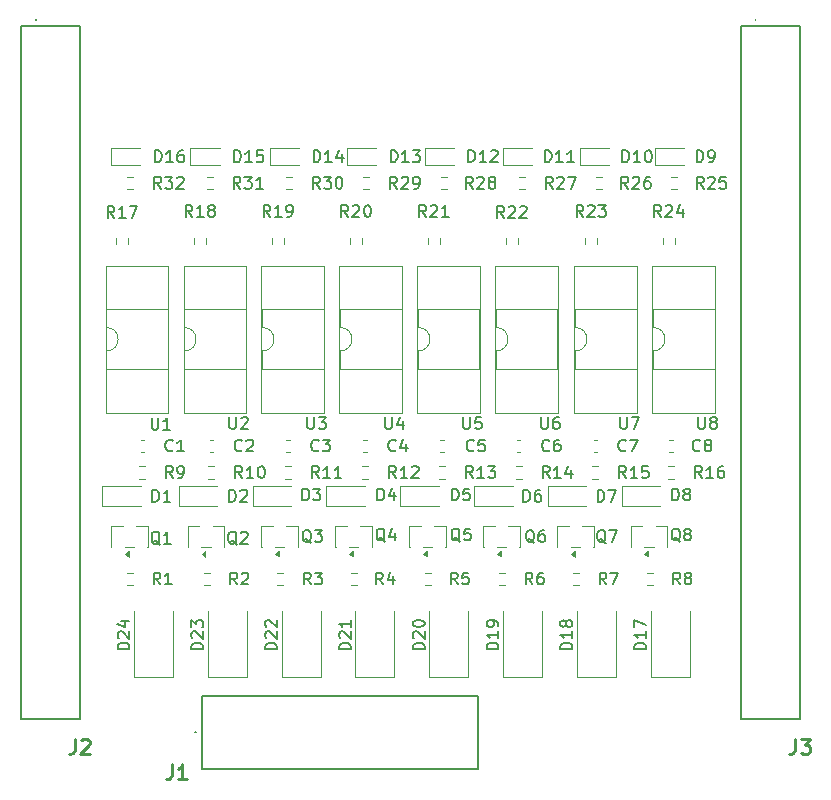
<source format=gto>
%TF.GenerationSoftware,KiCad,Pcbnew,9.0.7-9.0.7~ubuntu24.04.1*%
%TF.CreationDate,2026-01-13T16:30:03+01:00*%
%TF.ProjectId,digital_input,64696769-7461-46c5-9f69-6e7075742e6b,1.0*%
%TF.SameCoordinates,Original*%
%TF.FileFunction,Legend,Top*%
%TF.FilePolarity,Positive*%
%FSLAX46Y46*%
G04 Gerber Fmt 4.6, Leading zero omitted, Abs format (unit mm)*
G04 Created by KiCad (PCBNEW 9.0.7-9.0.7~ubuntu24.04.1) date 2026-01-13 16:30:03*
%MOMM*%
%LPD*%
G01*
G04 APERTURE LIST*
%ADD10C,0.150000*%
%ADD11C,0.254000*%
%ADD12C,0.120000*%
%ADD13C,0.200000*%
%ADD14C,0.100000*%
G04 APERTURE END LIST*
D10*
X132537142Y-67334819D02*
X132203809Y-66858628D01*
X131965714Y-67334819D02*
X131965714Y-66334819D01*
X131965714Y-66334819D02*
X132346666Y-66334819D01*
X132346666Y-66334819D02*
X132441904Y-66382438D01*
X132441904Y-66382438D02*
X132489523Y-66430057D01*
X132489523Y-66430057D02*
X132537142Y-66525295D01*
X132537142Y-66525295D02*
X132537142Y-66668152D01*
X132537142Y-66668152D02*
X132489523Y-66763390D01*
X132489523Y-66763390D02*
X132441904Y-66811009D01*
X132441904Y-66811009D02*
X132346666Y-66858628D01*
X132346666Y-66858628D02*
X131965714Y-66858628D01*
X133489523Y-67334819D02*
X132918095Y-67334819D01*
X133203809Y-67334819D02*
X133203809Y-66334819D01*
X133203809Y-66334819D02*
X133108571Y-66477676D01*
X133108571Y-66477676D02*
X133013333Y-66572914D01*
X133013333Y-66572914D02*
X132918095Y-66620533D01*
X134060952Y-66763390D02*
X133965714Y-66715771D01*
X133965714Y-66715771D02*
X133918095Y-66668152D01*
X133918095Y-66668152D02*
X133870476Y-66572914D01*
X133870476Y-66572914D02*
X133870476Y-66525295D01*
X133870476Y-66525295D02*
X133918095Y-66430057D01*
X133918095Y-66430057D02*
X133965714Y-66382438D01*
X133965714Y-66382438D02*
X134060952Y-66334819D01*
X134060952Y-66334819D02*
X134251428Y-66334819D01*
X134251428Y-66334819D02*
X134346666Y-66382438D01*
X134346666Y-66382438D02*
X134394285Y-66430057D01*
X134394285Y-66430057D02*
X134441904Y-66525295D01*
X134441904Y-66525295D02*
X134441904Y-66572914D01*
X134441904Y-66572914D02*
X134394285Y-66668152D01*
X134394285Y-66668152D02*
X134346666Y-66715771D01*
X134346666Y-66715771D02*
X134251428Y-66763390D01*
X134251428Y-66763390D02*
X134060952Y-66763390D01*
X134060952Y-66763390D02*
X133965714Y-66811009D01*
X133965714Y-66811009D02*
X133918095Y-66858628D01*
X133918095Y-66858628D02*
X133870476Y-66953866D01*
X133870476Y-66953866D02*
X133870476Y-67144342D01*
X133870476Y-67144342D02*
X133918095Y-67239580D01*
X133918095Y-67239580D02*
X133965714Y-67287200D01*
X133965714Y-67287200D02*
X134060952Y-67334819D01*
X134060952Y-67334819D02*
X134251428Y-67334819D01*
X134251428Y-67334819D02*
X134346666Y-67287200D01*
X134346666Y-67287200D02*
X134394285Y-67239580D01*
X134394285Y-67239580D02*
X134441904Y-67144342D01*
X134441904Y-67144342D02*
X134441904Y-66953866D01*
X134441904Y-66953866D02*
X134394285Y-66858628D01*
X134394285Y-66858628D02*
X134346666Y-66811009D01*
X134346666Y-66811009D02*
X134251428Y-66763390D01*
X156294642Y-89454819D02*
X155961309Y-88978628D01*
X155723214Y-89454819D02*
X155723214Y-88454819D01*
X155723214Y-88454819D02*
X156104166Y-88454819D01*
X156104166Y-88454819D02*
X156199404Y-88502438D01*
X156199404Y-88502438D02*
X156247023Y-88550057D01*
X156247023Y-88550057D02*
X156294642Y-88645295D01*
X156294642Y-88645295D02*
X156294642Y-88788152D01*
X156294642Y-88788152D02*
X156247023Y-88883390D01*
X156247023Y-88883390D02*
X156199404Y-88931009D01*
X156199404Y-88931009D02*
X156104166Y-88978628D01*
X156104166Y-88978628D02*
X155723214Y-88978628D01*
X157247023Y-89454819D02*
X156675595Y-89454819D01*
X156961309Y-89454819D02*
X156961309Y-88454819D01*
X156961309Y-88454819D02*
X156866071Y-88597676D01*
X156866071Y-88597676D02*
X156770833Y-88692914D01*
X156770833Y-88692914D02*
X156675595Y-88740533D01*
X157580357Y-88454819D02*
X158199404Y-88454819D01*
X158199404Y-88454819D02*
X157866071Y-88835771D01*
X157866071Y-88835771D02*
X158008928Y-88835771D01*
X158008928Y-88835771D02*
X158104166Y-88883390D01*
X158104166Y-88883390D02*
X158151785Y-88931009D01*
X158151785Y-88931009D02*
X158199404Y-89026247D01*
X158199404Y-89026247D02*
X158199404Y-89264342D01*
X158199404Y-89264342D02*
X158151785Y-89359580D01*
X158151785Y-89359580D02*
X158104166Y-89407200D01*
X158104166Y-89407200D02*
X158008928Y-89454819D01*
X158008928Y-89454819D02*
X157723214Y-89454819D01*
X157723214Y-89454819D02*
X157627976Y-89407200D01*
X157627976Y-89407200D02*
X157580357Y-89359580D01*
X175682142Y-89454819D02*
X175348809Y-88978628D01*
X175110714Y-89454819D02*
X175110714Y-88454819D01*
X175110714Y-88454819D02*
X175491666Y-88454819D01*
X175491666Y-88454819D02*
X175586904Y-88502438D01*
X175586904Y-88502438D02*
X175634523Y-88550057D01*
X175634523Y-88550057D02*
X175682142Y-88645295D01*
X175682142Y-88645295D02*
X175682142Y-88788152D01*
X175682142Y-88788152D02*
X175634523Y-88883390D01*
X175634523Y-88883390D02*
X175586904Y-88931009D01*
X175586904Y-88931009D02*
X175491666Y-88978628D01*
X175491666Y-88978628D02*
X175110714Y-88978628D01*
X176634523Y-89454819D02*
X176063095Y-89454819D01*
X176348809Y-89454819D02*
X176348809Y-88454819D01*
X176348809Y-88454819D02*
X176253571Y-88597676D01*
X176253571Y-88597676D02*
X176158333Y-88692914D01*
X176158333Y-88692914D02*
X176063095Y-88740533D01*
X177491666Y-88454819D02*
X177301190Y-88454819D01*
X177301190Y-88454819D02*
X177205952Y-88502438D01*
X177205952Y-88502438D02*
X177158333Y-88550057D01*
X177158333Y-88550057D02*
X177063095Y-88692914D01*
X177063095Y-88692914D02*
X177015476Y-88883390D01*
X177015476Y-88883390D02*
X177015476Y-89264342D01*
X177015476Y-89264342D02*
X177063095Y-89359580D01*
X177063095Y-89359580D02*
X177110714Y-89407200D01*
X177110714Y-89407200D02*
X177205952Y-89454819D01*
X177205952Y-89454819D02*
X177396428Y-89454819D01*
X177396428Y-89454819D02*
X177491666Y-89407200D01*
X177491666Y-89407200D02*
X177539285Y-89359580D01*
X177539285Y-89359580D02*
X177586904Y-89264342D01*
X177586904Y-89264342D02*
X177586904Y-89026247D01*
X177586904Y-89026247D02*
X177539285Y-88931009D01*
X177539285Y-88931009D02*
X177491666Y-88883390D01*
X177491666Y-88883390D02*
X177396428Y-88835771D01*
X177396428Y-88835771D02*
X177205952Y-88835771D01*
X177205952Y-88835771D02*
X177110714Y-88883390D01*
X177110714Y-88883390D02*
X177063095Y-88931009D01*
X177063095Y-88931009D02*
X177015476Y-89026247D01*
X133454819Y-103964285D02*
X132454819Y-103964285D01*
X132454819Y-103964285D02*
X132454819Y-103726190D01*
X132454819Y-103726190D02*
X132502438Y-103583333D01*
X132502438Y-103583333D02*
X132597676Y-103488095D01*
X132597676Y-103488095D02*
X132692914Y-103440476D01*
X132692914Y-103440476D02*
X132883390Y-103392857D01*
X132883390Y-103392857D02*
X133026247Y-103392857D01*
X133026247Y-103392857D02*
X133216723Y-103440476D01*
X133216723Y-103440476D02*
X133311961Y-103488095D01*
X133311961Y-103488095D02*
X133407200Y-103583333D01*
X133407200Y-103583333D02*
X133454819Y-103726190D01*
X133454819Y-103726190D02*
X133454819Y-103964285D01*
X132550057Y-103011904D02*
X132502438Y-102964285D01*
X132502438Y-102964285D02*
X132454819Y-102869047D01*
X132454819Y-102869047D02*
X132454819Y-102630952D01*
X132454819Y-102630952D02*
X132502438Y-102535714D01*
X132502438Y-102535714D02*
X132550057Y-102488095D01*
X132550057Y-102488095D02*
X132645295Y-102440476D01*
X132645295Y-102440476D02*
X132740533Y-102440476D01*
X132740533Y-102440476D02*
X132883390Y-102488095D01*
X132883390Y-102488095D02*
X133454819Y-103059523D01*
X133454819Y-103059523D02*
X133454819Y-102440476D01*
X132454819Y-102107142D02*
X132454819Y-101488095D01*
X132454819Y-101488095D02*
X132835771Y-101821428D01*
X132835771Y-101821428D02*
X132835771Y-101678571D01*
X132835771Y-101678571D02*
X132883390Y-101583333D01*
X132883390Y-101583333D02*
X132931009Y-101535714D01*
X132931009Y-101535714D02*
X133026247Y-101488095D01*
X133026247Y-101488095D02*
X133264342Y-101488095D01*
X133264342Y-101488095D02*
X133359580Y-101535714D01*
X133359580Y-101535714D02*
X133407200Y-101583333D01*
X133407200Y-101583333D02*
X133454819Y-101678571D01*
X133454819Y-101678571D02*
X133454819Y-101964285D01*
X133454819Y-101964285D02*
X133407200Y-102059523D01*
X133407200Y-102059523D02*
X133359580Y-102107142D01*
X129161905Y-91454819D02*
X129161905Y-90454819D01*
X129161905Y-90454819D02*
X129400000Y-90454819D01*
X129400000Y-90454819D02*
X129542857Y-90502438D01*
X129542857Y-90502438D02*
X129638095Y-90597676D01*
X129638095Y-90597676D02*
X129685714Y-90692914D01*
X129685714Y-90692914D02*
X129733333Y-90883390D01*
X129733333Y-90883390D02*
X129733333Y-91026247D01*
X129733333Y-91026247D02*
X129685714Y-91216723D01*
X129685714Y-91216723D02*
X129638095Y-91311961D01*
X129638095Y-91311961D02*
X129542857Y-91407200D01*
X129542857Y-91407200D02*
X129400000Y-91454819D01*
X129400000Y-91454819D02*
X129161905Y-91454819D01*
X130685714Y-91454819D02*
X130114286Y-91454819D01*
X130400000Y-91454819D02*
X130400000Y-90454819D01*
X130400000Y-90454819D02*
X130304762Y-90597676D01*
X130304762Y-90597676D02*
X130209524Y-90692914D01*
X130209524Y-90692914D02*
X130114286Y-90740533D01*
X169257142Y-89454819D02*
X168923809Y-88978628D01*
X168685714Y-89454819D02*
X168685714Y-88454819D01*
X168685714Y-88454819D02*
X169066666Y-88454819D01*
X169066666Y-88454819D02*
X169161904Y-88502438D01*
X169161904Y-88502438D02*
X169209523Y-88550057D01*
X169209523Y-88550057D02*
X169257142Y-88645295D01*
X169257142Y-88645295D02*
X169257142Y-88788152D01*
X169257142Y-88788152D02*
X169209523Y-88883390D01*
X169209523Y-88883390D02*
X169161904Y-88931009D01*
X169161904Y-88931009D02*
X169066666Y-88978628D01*
X169066666Y-88978628D02*
X168685714Y-88978628D01*
X170209523Y-89454819D02*
X169638095Y-89454819D01*
X169923809Y-89454819D02*
X169923809Y-88454819D01*
X169923809Y-88454819D02*
X169828571Y-88597676D01*
X169828571Y-88597676D02*
X169733333Y-88692914D01*
X169733333Y-88692914D02*
X169638095Y-88740533D01*
X171114285Y-88454819D02*
X170638095Y-88454819D01*
X170638095Y-88454819D02*
X170590476Y-88931009D01*
X170590476Y-88931009D02*
X170638095Y-88883390D01*
X170638095Y-88883390D02*
X170733333Y-88835771D01*
X170733333Y-88835771D02*
X170971428Y-88835771D01*
X170971428Y-88835771D02*
X171066666Y-88883390D01*
X171066666Y-88883390D02*
X171114285Y-88931009D01*
X171114285Y-88931009D02*
X171161904Y-89026247D01*
X171161904Y-89026247D02*
X171161904Y-89264342D01*
X171161904Y-89264342D02*
X171114285Y-89359580D01*
X171114285Y-89359580D02*
X171066666Y-89407200D01*
X171066666Y-89407200D02*
X170971428Y-89454819D01*
X170971428Y-89454819D02*
X170733333Y-89454819D01*
X170733333Y-89454819D02*
X170638095Y-89407200D01*
X170638095Y-89407200D02*
X170590476Y-89359580D01*
X172237142Y-67334819D02*
X171903809Y-66858628D01*
X171665714Y-67334819D02*
X171665714Y-66334819D01*
X171665714Y-66334819D02*
X172046666Y-66334819D01*
X172046666Y-66334819D02*
X172141904Y-66382438D01*
X172141904Y-66382438D02*
X172189523Y-66430057D01*
X172189523Y-66430057D02*
X172237142Y-66525295D01*
X172237142Y-66525295D02*
X172237142Y-66668152D01*
X172237142Y-66668152D02*
X172189523Y-66763390D01*
X172189523Y-66763390D02*
X172141904Y-66811009D01*
X172141904Y-66811009D02*
X172046666Y-66858628D01*
X172046666Y-66858628D02*
X171665714Y-66858628D01*
X172618095Y-66430057D02*
X172665714Y-66382438D01*
X172665714Y-66382438D02*
X172760952Y-66334819D01*
X172760952Y-66334819D02*
X172999047Y-66334819D01*
X172999047Y-66334819D02*
X173094285Y-66382438D01*
X173094285Y-66382438D02*
X173141904Y-66430057D01*
X173141904Y-66430057D02*
X173189523Y-66525295D01*
X173189523Y-66525295D02*
X173189523Y-66620533D01*
X173189523Y-66620533D02*
X173141904Y-66763390D01*
X173141904Y-66763390D02*
X172570476Y-67334819D01*
X172570476Y-67334819D02*
X173189523Y-67334819D01*
X174046666Y-66668152D02*
X174046666Y-67334819D01*
X173808571Y-66287200D02*
X173570476Y-67001485D01*
X173570476Y-67001485D02*
X174189523Y-67001485D01*
X152204819Y-103964285D02*
X151204819Y-103964285D01*
X151204819Y-103964285D02*
X151204819Y-103726190D01*
X151204819Y-103726190D02*
X151252438Y-103583333D01*
X151252438Y-103583333D02*
X151347676Y-103488095D01*
X151347676Y-103488095D02*
X151442914Y-103440476D01*
X151442914Y-103440476D02*
X151633390Y-103392857D01*
X151633390Y-103392857D02*
X151776247Y-103392857D01*
X151776247Y-103392857D02*
X151966723Y-103440476D01*
X151966723Y-103440476D02*
X152061961Y-103488095D01*
X152061961Y-103488095D02*
X152157200Y-103583333D01*
X152157200Y-103583333D02*
X152204819Y-103726190D01*
X152204819Y-103726190D02*
X152204819Y-103964285D01*
X151300057Y-103011904D02*
X151252438Y-102964285D01*
X151252438Y-102964285D02*
X151204819Y-102869047D01*
X151204819Y-102869047D02*
X151204819Y-102630952D01*
X151204819Y-102630952D02*
X151252438Y-102535714D01*
X151252438Y-102535714D02*
X151300057Y-102488095D01*
X151300057Y-102488095D02*
X151395295Y-102440476D01*
X151395295Y-102440476D02*
X151490533Y-102440476D01*
X151490533Y-102440476D02*
X151633390Y-102488095D01*
X151633390Y-102488095D02*
X152204819Y-103059523D01*
X152204819Y-103059523D02*
X152204819Y-102440476D01*
X151204819Y-101821428D02*
X151204819Y-101726190D01*
X151204819Y-101726190D02*
X151252438Y-101630952D01*
X151252438Y-101630952D02*
X151300057Y-101583333D01*
X151300057Y-101583333D02*
X151395295Y-101535714D01*
X151395295Y-101535714D02*
X151585771Y-101488095D01*
X151585771Y-101488095D02*
X151823866Y-101488095D01*
X151823866Y-101488095D02*
X152014342Y-101535714D01*
X152014342Y-101535714D02*
X152109580Y-101583333D01*
X152109580Y-101583333D02*
X152157200Y-101630952D01*
X152157200Y-101630952D02*
X152204819Y-101726190D01*
X152204819Y-101726190D02*
X152204819Y-101821428D01*
X152204819Y-101821428D02*
X152157200Y-101916666D01*
X152157200Y-101916666D02*
X152109580Y-101964285D01*
X152109580Y-101964285D02*
X152014342Y-102011904D01*
X152014342Y-102011904D02*
X151823866Y-102059523D01*
X151823866Y-102059523D02*
X151585771Y-102059523D01*
X151585771Y-102059523D02*
X151395295Y-102011904D01*
X151395295Y-102011904D02*
X151300057Y-101964285D01*
X151300057Y-101964285D02*
X151252438Y-101916666D01*
X151252438Y-101916666D02*
X151204819Y-101821428D01*
X162383214Y-62704819D02*
X162383214Y-61704819D01*
X162383214Y-61704819D02*
X162621309Y-61704819D01*
X162621309Y-61704819D02*
X162764166Y-61752438D01*
X162764166Y-61752438D02*
X162859404Y-61847676D01*
X162859404Y-61847676D02*
X162907023Y-61942914D01*
X162907023Y-61942914D02*
X162954642Y-62133390D01*
X162954642Y-62133390D02*
X162954642Y-62276247D01*
X162954642Y-62276247D02*
X162907023Y-62466723D01*
X162907023Y-62466723D02*
X162859404Y-62561961D01*
X162859404Y-62561961D02*
X162764166Y-62657200D01*
X162764166Y-62657200D02*
X162621309Y-62704819D01*
X162621309Y-62704819D02*
X162383214Y-62704819D01*
X163907023Y-62704819D02*
X163335595Y-62704819D01*
X163621309Y-62704819D02*
X163621309Y-61704819D01*
X163621309Y-61704819D02*
X163526071Y-61847676D01*
X163526071Y-61847676D02*
X163430833Y-61942914D01*
X163430833Y-61942914D02*
X163335595Y-61990533D01*
X164859404Y-62704819D02*
X164287976Y-62704819D01*
X164573690Y-62704819D02*
X164573690Y-61704819D01*
X164573690Y-61704819D02*
X164478452Y-61847676D01*
X164478452Y-61847676D02*
X164383214Y-61942914D01*
X164383214Y-61942914D02*
X164287976Y-61990533D01*
X143344642Y-64954819D02*
X143011309Y-64478628D01*
X142773214Y-64954819D02*
X142773214Y-63954819D01*
X142773214Y-63954819D02*
X143154166Y-63954819D01*
X143154166Y-63954819D02*
X143249404Y-64002438D01*
X143249404Y-64002438D02*
X143297023Y-64050057D01*
X143297023Y-64050057D02*
X143344642Y-64145295D01*
X143344642Y-64145295D02*
X143344642Y-64288152D01*
X143344642Y-64288152D02*
X143297023Y-64383390D01*
X143297023Y-64383390D02*
X143249404Y-64431009D01*
X143249404Y-64431009D02*
X143154166Y-64478628D01*
X143154166Y-64478628D02*
X142773214Y-64478628D01*
X143677976Y-63954819D02*
X144297023Y-63954819D01*
X144297023Y-63954819D02*
X143963690Y-64335771D01*
X143963690Y-64335771D02*
X144106547Y-64335771D01*
X144106547Y-64335771D02*
X144201785Y-64383390D01*
X144201785Y-64383390D02*
X144249404Y-64431009D01*
X144249404Y-64431009D02*
X144297023Y-64526247D01*
X144297023Y-64526247D02*
X144297023Y-64764342D01*
X144297023Y-64764342D02*
X144249404Y-64859580D01*
X144249404Y-64859580D02*
X144201785Y-64907200D01*
X144201785Y-64907200D02*
X144106547Y-64954819D01*
X144106547Y-64954819D02*
X143820833Y-64954819D01*
X143820833Y-64954819D02*
X143725595Y-64907200D01*
X143725595Y-64907200D02*
X143677976Y-64859580D01*
X144916071Y-63954819D02*
X145011309Y-63954819D01*
X145011309Y-63954819D02*
X145106547Y-64002438D01*
X145106547Y-64002438D02*
X145154166Y-64050057D01*
X145154166Y-64050057D02*
X145201785Y-64145295D01*
X145201785Y-64145295D02*
X145249404Y-64335771D01*
X145249404Y-64335771D02*
X145249404Y-64573866D01*
X145249404Y-64573866D02*
X145201785Y-64764342D01*
X145201785Y-64764342D02*
X145154166Y-64859580D01*
X145154166Y-64859580D02*
X145106547Y-64907200D01*
X145106547Y-64907200D02*
X145011309Y-64954819D01*
X145011309Y-64954819D02*
X144916071Y-64954819D01*
X144916071Y-64954819D02*
X144820833Y-64907200D01*
X144820833Y-64907200D02*
X144773214Y-64859580D01*
X144773214Y-64859580D02*
X144725595Y-64764342D01*
X144725595Y-64764342D02*
X144677976Y-64573866D01*
X144677976Y-64573866D02*
X144677976Y-64335771D01*
X144677976Y-64335771D02*
X144725595Y-64145295D01*
X144725595Y-64145295D02*
X144773214Y-64050057D01*
X144773214Y-64050057D02*
X144820833Y-64002438D01*
X144820833Y-64002438D02*
X144916071Y-63954819D01*
D11*
X183576667Y-111554318D02*
X183576667Y-112461461D01*
X183576667Y-112461461D02*
X183516190Y-112642889D01*
X183516190Y-112642889D02*
X183395238Y-112763842D01*
X183395238Y-112763842D02*
X183213809Y-112824318D01*
X183213809Y-112824318D02*
X183092857Y-112824318D01*
X184060476Y-111554318D02*
X184846667Y-111554318D01*
X184846667Y-111554318D02*
X184423333Y-112038127D01*
X184423333Y-112038127D02*
X184604762Y-112038127D01*
X184604762Y-112038127D02*
X184725714Y-112098603D01*
X184725714Y-112098603D02*
X184786190Y-112159080D01*
X184786190Y-112159080D02*
X184846667Y-112280032D01*
X184846667Y-112280032D02*
X184846667Y-112582413D01*
X184846667Y-112582413D02*
X184786190Y-112703365D01*
X184786190Y-112703365D02*
X184725714Y-112763842D01*
X184725714Y-112763842D02*
X184604762Y-112824318D01*
X184604762Y-112824318D02*
X184241905Y-112824318D01*
X184241905Y-112824318D02*
X184120952Y-112763842D01*
X184120952Y-112763842D02*
X184060476Y-112703365D01*
D10*
X139137142Y-67334819D02*
X138803809Y-66858628D01*
X138565714Y-67334819D02*
X138565714Y-66334819D01*
X138565714Y-66334819D02*
X138946666Y-66334819D01*
X138946666Y-66334819D02*
X139041904Y-66382438D01*
X139041904Y-66382438D02*
X139089523Y-66430057D01*
X139089523Y-66430057D02*
X139137142Y-66525295D01*
X139137142Y-66525295D02*
X139137142Y-66668152D01*
X139137142Y-66668152D02*
X139089523Y-66763390D01*
X139089523Y-66763390D02*
X139041904Y-66811009D01*
X139041904Y-66811009D02*
X138946666Y-66858628D01*
X138946666Y-66858628D02*
X138565714Y-66858628D01*
X140089523Y-67334819D02*
X139518095Y-67334819D01*
X139803809Y-67334819D02*
X139803809Y-66334819D01*
X139803809Y-66334819D02*
X139708571Y-66477676D01*
X139708571Y-66477676D02*
X139613333Y-66572914D01*
X139613333Y-66572914D02*
X139518095Y-66620533D01*
X140565714Y-67334819D02*
X140756190Y-67334819D01*
X140756190Y-67334819D02*
X140851428Y-67287200D01*
X140851428Y-67287200D02*
X140899047Y-67239580D01*
X140899047Y-67239580D02*
X140994285Y-67096723D01*
X140994285Y-67096723D02*
X141041904Y-66906247D01*
X141041904Y-66906247D02*
X141041904Y-66525295D01*
X141041904Y-66525295D02*
X140994285Y-66430057D01*
X140994285Y-66430057D02*
X140946666Y-66382438D01*
X140946666Y-66382438D02*
X140851428Y-66334819D01*
X140851428Y-66334819D02*
X140660952Y-66334819D01*
X140660952Y-66334819D02*
X140565714Y-66382438D01*
X140565714Y-66382438D02*
X140518095Y-66430057D01*
X140518095Y-66430057D02*
X140470476Y-66525295D01*
X140470476Y-66525295D02*
X140470476Y-66763390D01*
X140470476Y-66763390D02*
X140518095Y-66858628D01*
X140518095Y-66858628D02*
X140565714Y-66906247D01*
X140565714Y-66906247D02*
X140660952Y-66953866D01*
X140660952Y-66953866D02*
X140851428Y-66953866D01*
X140851428Y-66953866D02*
X140946666Y-66906247D01*
X140946666Y-66906247D02*
X140994285Y-66858628D01*
X140994285Y-66858628D02*
X141041904Y-66763390D01*
X129804761Y-95100057D02*
X129709523Y-95052438D01*
X129709523Y-95052438D02*
X129614285Y-94957200D01*
X129614285Y-94957200D02*
X129471428Y-94814342D01*
X129471428Y-94814342D02*
X129376190Y-94766723D01*
X129376190Y-94766723D02*
X129280952Y-94766723D01*
X129328571Y-95004819D02*
X129233333Y-94957200D01*
X129233333Y-94957200D02*
X129138095Y-94861961D01*
X129138095Y-94861961D02*
X129090476Y-94671485D01*
X129090476Y-94671485D02*
X129090476Y-94338152D01*
X129090476Y-94338152D02*
X129138095Y-94147676D01*
X129138095Y-94147676D02*
X129233333Y-94052438D01*
X129233333Y-94052438D02*
X129328571Y-94004819D01*
X129328571Y-94004819D02*
X129519047Y-94004819D01*
X129519047Y-94004819D02*
X129614285Y-94052438D01*
X129614285Y-94052438D02*
X129709523Y-94147676D01*
X129709523Y-94147676D02*
X129757142Y-94338152D01*
X129757142Y-94338152D02*
X129757142Y-94671485D01*
X129757142Y-94671485D02*
X129709523Y-94861961D01*
X129709523Y-94861961D02*
X129614285Y-94957200D01*
X129614285Y-94957200D02*
X129519047Y-95004819D01*
X129519047Y-95004819D02*
X129328571Y-95004819D01*
X130709523Y-95004819D02*
X130138095Y-95004819D01*
X130423809Y-95004819D02*
X130423809Y-94004819D01*
X130423809Y-94004819D02*
X130328571Y-94147676D01*
X130328571Y-94147676D02*
X130233333Y-94242914D01*
X130233333Y-94242914D02*
X130138095Y-94290533D01*
X166861905Y-91454819D02*
X166861905Y-90454819D01*
X166861905Y-90454819D02*
X167100000Y-90454819D01*
X167100000Y-90454819D02*
X167242857Y-90502438D01*
X167242857Y-90502438D02*
X167338095Y-90597676D01*
X167338095Y-90597676D02*
X167385714Y-90692914D01*
X167385714Y-90692914D02*
X167433333Y-90883390D01*
X167433333Y-90883390D02*
X167433333Y-91026247D01*
X167433333Y-91026247D02*
X167385714Y-91216723D01*
X167385714Y-91216723D02*
X167338095Y-91311961D01*
X167338095Y-91311961D02*
X167242857Y-91407200D01*
X167242857Y-91407200D02*
X167100000Y-91454819D01*
X167100000Y-91454819D02*
X166861905Y-91454819D01*
X167766667Y-90454819D02*
X168433333Y-90454819D01*
X168433333Y-90454819D02*
X168004762Y-91454819D01*
X164704819Y-103964285D02*
X163704819Y-103964285D01*
X163704819Y-103964285D02*
X163704819Y-103726190D01*
X163704819Y-103726190D02*
X163752438Y-103583333D01*
X163752438Y-103583333D02*
X163847676Y-103488095D01*
X163847676Y-103488095D02*
X163942914Y-103440476D01*
X163942914Y-103440476D02*
X164133390Y-103392857D01*
X164133390Y-103392857D02*
X164276247Y-103392857D01*
X164276247Y-103392857D02*
X164466723Y-103440476D01*
X164466723Y-103440476D02*
X164561961Y-103488095D01*
X164561961Y-103488095D02*
X164657200Y-103583333D01*
X164657200Y-103583333D02*
X164704819Y-103726190D01*
X164704819Y-103726190D02*
X164704819Y-103964285D01*
X164704819Y-102440476D02*
X164704819Y-103011904D01*
X164704819Y-102726190D02*
X163704819Y-102726190D01*
X163704819Y-102726190D02*
X163847676Y-102821428D01*
X163847676Y-102821428D02*
X163942914Y-102916666D01*
X163942914Y-102916666D02*
X163990533Y-103011904D01*
X164133390Y-101869047D02*
X164085771Y-101964285D01*
X164085771Y-101964285D02*
X164038152Y-102011904D01*
X164038152Y-102011904D02*
X163942914Y-102059523D01*
X163942914Y-102059523D02*
X163895295Y-102059523D01*
X163895295Y-102059523D02*
X163800057Y-102011904D01*
X163800057Y-102011904D02*
X163752438Y-101964285D01*
X163752438Y-101964285D02*
X163704819Y-101869047D01*
X163704819Y-101869047D02*
X163704819Y-101678571D01*
X163704819Y-101678571D02*
X163752438Y-101583333D01*
X163752438Y-101583333D02*
X163800057Y-101535714D01*
X163800057Y-101535714D02*
X163895295Y-101488095D01*
X163895295Y-101488095D02*
X163942914Y-101488095D01*
X163942914Y-101488095D02*
X164038152Y-101535714D01*
X164038152Y-101535714D02*
X164085771Y-101583333D01*
X164085771Y-101583333D02*
X164133390Y-101678571D01*
X164133390Y-101678571D02*
X164133390Y-101869047D01*
X164133390Y-101869047D02*
X164181009Y-101964285D01*
X164181009Y-101964285D02*
X164228628Y-102011904D01*
X164228628Y-102011904D02*
X164323866Y-102059523D01*
X164323866Y-102059523D02*
X164514342Y-102059523D01*
X164514342Y-102059523D02*
X164609580Y-102011904D01*
X164609580Y-102011904D02*
X164657200Y-101964285D01*
X164657200Y-101964285D02*
X164704819Y-101869047D01*
X164704819Y-101869047D02*
X164704819Y-101678571D01*
X164704819Y-101678571D02*
X164657200Y-101583333D01*
X164657200Y-101583333D02*
X164609580Y-101535714D01*
X164609580Y-101535714D02*
X164514342Y-101488095D01*
X164514342Y-101488095D02*
X164323866Y-101488095D01*
X164323866Y-101488095D02*
X164228628Y-101535714D01*
X164228628Y-101535714D02*
X164181009Y-101583333D01*
X164181009Y-101583333D02*
X164133390Y-101678571D01*
X135668095Y-84294819D02*
X135668095Y-85104342D01*
X135668095Y-85104342D02*
X135715714Y-85199580D01*
X135715714Y-85199580D02*
X135763333Y-85247200D01*
X135763333Y-85247200D02*
X135858571Y-85294819D01*
X135858571Y-85294819D02*
X136049047Y-85294819D01*
X136049047Y-85294819D02*
X136144285Y-85247200D01*
X136144285Y-85247200D02*
X136191904Y-85199580D01*
X136191904Y-85199580D02*
X136239523Y-85104342D01*
X136239523Y-85104342D02*
X136239523Y-84294819D01*
X136668095Y-84390057D02*
X136715714Y-84342438D01*
X136715714Y-84342438D02*
X136810952Y-84294819D01*
X136810952Y-84294819D02*
X137049047Y-84294819D01*
X137049047Y-84294819D02*
X137144285Y-84342438D01*
X137144285Y-84342438D02*
X137191904Y-84390057D01*
X137191904Y-84390057D02*
X137239523Y-84485295D01*
X137239523Y-84485295D02*
X137239523Y-84580533D01*
X137239523Y-84580533D02*
X137191904Y-84723390D01*
X137191904Y-84723390D02*
X136620476Y-85294819D01*
X136620476Y-85294819D02*
X137239523Y-85294819D01*
X156282142Y-64954819D02*
X155948809Y-64478628D01*
X155710714Y-64954819D02*
X155710714Y-63954819D01*
X155710714Y-63954819D02*
X156091666Y-63954819D01*
X156091666Y-63954819D02*
X156186904Y-64002438D01*
X156186904Y-64002438D02*
X156234523Y-64050057D01*
X156234523Y-64050057D02*
X156282142Y-64145295D01*
X156282142Y-64145295D02*
X156282142Y-64288152D01*
X156282142Y-64288152D02*
X156234523Y-64383390D01*
X156234523Y-64383390D02*
X156186904Y-64431009D01*
X156186904Y-64431009D02*
X156091666Y-64478628D01*
X156091666Y-64478628D02*
X155710714Y-64478628D01*
X156663095Y-64050057D02*
X156710714Y-64002438D01*
X156710714Y-64002438D02*
X156805952Y-63954819D01*
X156805952Y-63954819D02*
X157044047Y-63954819D01*
X157044047Y-63954819D02*
X157139285Y-64002438D01*
X157139285Y-64002438D02*
X157186904Y-64050057D01*
X157186904Y-64050057D02*
X157234523Y-64145295D01*
X157234523Y-64145295D02*
X157234523Y-64240533D01*
X157234523Y-64240533D02*
X157186904Y-64383390D01*
X157186904Y-64383390D02*
X156615476Y-64954819D01*
X156615476Y-64954819D02*
X157234523Y-64954819D01*
X157805952Y-64383390D02*
X157710714Y-64335771D01*
X157710714Y-64335771D02*
X157663095Y-64288152D01*
X157663095Y-64288152D02*
X157615476Y-64192914D01*
X157615476Y-64192914D02*
X157615476Y-64145295D01*
X157615476Y-64145295D02*
X157663095Y-64050057D01*
X157663095Y-64050057D02*
X157710714Y-64002438D01*
X157710714Y-64002438D02*
X157805952Y-63954819D01*
X157805952Y-63954819D02*
X157996428Y-63954819D01*
X157996428Y-63954819D02*
X158091666Y-64002438D01*
X158091666Y-64002438D02*
X158139285Y-64050057D01*
X158139285Y-64050057D02*
X158186904Y-64145295D01*
X158186904Y-64145295D02*
X158186904Y-64192914D01*
X158186904Y-64192914D02*
X158139285Y-64288152D01*
X158139285Y-64288152D02*
X158091666Y-64335771D01*
X158091666Y-64335771D02*
X157996428Y-64383390D01*
X157996428Y-64383390D02*
X157805952Y-64383390D01*
X157805952Y-64383390D02*
X157710714Y-64431009D01*
X157710714Y-64431009D02*
X157663095Y-64478628D01*
X157663095Y-64478628D02*
X157615476Y-64573866D01*
X157615476Y-64573866D02*
X157615476Y-64764342D01*
X157615476Y-64764342D02*
X157663095Y-64859580D01*
X157663095Y-64859580D02*
X157710714Y-64907200D01*
X157710714Y-64907200D02*
X157805952Y-64954819D01*
X157805952Y-64954819D02*
X157996428Y-64954819D01*
X157996428Y-64954819D02*
X158091666Y-64907200D01*
X158091666Y-64907200D02*
X158139285Y-64859580D01*
X158139285Y-64859580D02*
X158186904Y-64764342D01*
X158186904Y-64764342D02*
X158186904Y-64573866D01*
X158186904Y-64573866D02*
X158139285Y-64478628D01*
X158139285Y-64478628D02*
X158091666Y-64431009D01*
X158091666Y-64431009D02*
X157996428Y-64383390D01*
X165637142Y-67334819D02*
X165303809Y-66858628D01*
X165065714Y-67334819D02*
X165065714Y-66334819D01*
X165065714Y-66334819D02*
X165446666Y-66334819D01*
X165446666Y-66334819D02*
X165541904Y-66382438D01*
X165541904Y-66382438D02*
X165589523Y-66430057D01*
X165589523Y-66430057D02*
X165637142Y-66525295D01*
X165637142Y-66525295D02*
X165637142Y-66668152D01*
X165637142Y-66668152D02*
X165589523Y-66763390D01*
X165589523Y-66763390D02*
X165541904Y-66811009D01*
X165541904Y-66811009D02*
X165446666Y-66858628D01*
X165446666Y-66858628D02*
X165065714Y-66858628D01*
X166018095Y-66430057D02*
X166065714Y-66382438D01*
X166065714Y-66382438D02*
X166160952Y-66334819D01*
X166160952Y-66334819D02*
X166399047Y-66334819D01*
X166399047Y-66334819D02*
X166494285Y-66382438D01*
X166494285Y-66382438D02*
X166541904Y-66430057D01*
X166541904Y-66430057D02*
X166589523Y-66525295D01*
X166589523Y-66525295D02*
X166589523Y-66620533D01*
X166589523Y-66620533D02*
X166541904Y-66763390D01*
X166541904Y-66763390D02*
X165970476Y-67334819D01*
X165970476Y-67334819D02*
X166589523Y-67334819D01*
X166922857Y-66334819D02*
X167541904Y-66334819D01*
X167541904Y-66334819D02*
X167208571Y-66715771D01*
X167208571Y-66715771D02*
X167351428Y-66715771D01*
X167351428Y-66715771D02*
X167446666Y-66763390D01*
X167446666Y-66763390D02*
X167494285Y-66811009D01*
X167494285Y-66811009D02*
X167541904Y-66906247D01*
X167541904Y-66906247D02*
X167541904Y-67144342D01*
X167541904Y-67144342D02*
X167494285Y-67239580D01*
X167494285Y-67239580D02*
X167446666Y-67287200D01*
X167446666Y-67287200D02*
X167351428Y-67334819D01*
X167351428Y-67334819D02*
X167065714Y-67334819D01*
X167065714Y-67334819D02*
X166970476Y-67287200D01*
X166970476Y-67287200D02*
X166922857Y-67239580D01*
X175368095Y-84294819D02*
X175368095Y-85104342D01*
X175368095Y-85104342D02*
X175415714Y-85199580D01*
X175415714Y-85199580D02*
X175463333Y-85247200D01*
X175463333Y-85247200D02*
X175558571Y-85294819D01*
X175558571Y-85294819D02*
X175749047Y-85294819D01*
X175749047Y-85294819D02*
X175844285Y-85247200D01*
X175844285Y-85247200D02*
X175891904Y-85199580D01*
X175891904Y-85199580D02*
X175939523Y-85104342D01*
X175939523Y-85104342D02*
X175939523Y-84294819D01*
X176558571Y-84723390D02*
X176463333Y-84675771D01*
X176463333Y-84675771D02*
X176415714Y-84628152D01*
X176415714Y-84628152D02*
X176368095Y-84532914D01*
X176368095Y-84532914D02*
X176368095Y-84485295D01*
X176368095Y-84485295D02*
X176415714Y-84390057D01*
X176415714Y-84390057D02*
X176463333Y-84342438D01*
X176463333Y-84342438D02*
X176558571Y-84294819D01*
X176558571Y-84294819D02*
X176749047Y-84294819D01*
X176749047Y-84294819D02*
X176844285Y-84342438D01*
X176844285Y-84342438D02*
X176891904Y-84390057D01*
X176891904Y-84390057D02*
X176939523Y-84485295D01*
X176939523Y-84485295D02*
X176939523Y-84532914D01*
X176939523Y-84532914D02*
X176891904Y-84628152D01*
X176891904Y-84628152D02*
X176844285Y-84675771D01*
X176844285Y-84675771D02*
X176749047Y-84723390D01*
X176749047Y-84723390D02*
X176558571Y-84723390D01*
X176558571Y-84723390D02*
X176463333Y-84771009D01*
X176463333Y-84771009D02*
X176415714Y-84818628D01*
X176415714Y-84818628D02*
X176368095Y-84913866D01*
X176368095Y-84913866D02*
X176368095Y-85104342D01*
X176368095Y-85104342D02*
X176415714Y-85199580D01*
X176415714Y-85199580D02*
X176463333Y-85247200D01*
X176463333Y-85247200D02*
X176558571Y-85294819D01*
X176558571Y-85294819D02*
X176749047Y-85294819D01*
X176749047Y-85294819D02*
X176844285Y-85247200D01*
X176844285Y-85247200D02*
X176891904Y-85199580D01*
X176891904Y-85199580D02*
X176939523Y-85104342D01*
X176939523Y-85104342D02*
X176939523Y-84913866D01*
X176939523Y-84913866D02*
X176891904Y-84818628D01*
X176891904Y-84818628D02*
X176844285Y-84771009D01*
X176844285Y-84771009D02*
X176749047Y-84723390D01*
X169233333Y-87109580D02*
X169185714Y-87157200D01*
X169185714Y-87157200D02*
X169042857Y-87204819D01*
X169042857Y-87204819D02*
X168947619Y-87204819D01*
X168947619Y-87204819D02*
X168804762Y-87157200D01*
X168804762Y-87157200D02*
X168709524Y-87061961D01*
X168709524Y-87061961D02*
X168661905Y-86966723D01*
X168661905Y-86966723D02*
X168614286Y-86776247D01*
X168614286Y-86776247D02*
X168614286Y-86633390D01*
X168614286Y-86633390D02*
X168661905Y-86442914D01*
X168661905Y-86442914D02*
X168709524Y-86347676D01*
X168709524Y-86347676D02*
X168804762Y-86252438D01*
X168804762Y-86252438D02*
X168947619Y-86204819D01*
X168947619Y-86204819D02*
X169042857Y-86204819D01*
X169042857Y-86204819D02*
X169185714Y-86252438D01*
X169185714Y-86252438D02*
X169233333Y-86300057D01*
X169566667Y-86204819D02*
X170233333Y-86204819D01*
X170233333Y-86204819D02*
X169804762Y-87204819D01*
X129088095Y-84349819D02*
X129088095Y-85159342D01*
X129088095Y-85159342D02*
X129135714Y-85254580D01*
X129135714Y-85254580D02*
X129183333Y-85302200D01*
X129183333Y-85302200D02*
X129278571Y-85349819D01*
X129278571Y-85349819D02*
X129469047Y-85349819D01*
X129469047Y-85349819D02*
X129564285Y-85302200D01*
X129564285Y-85302200D02*
X129611904Y-85254580D01*
X129611904Y-85254580D02*
X129659523Y-85159342D01*
X129659523Y-85159342D02*
X129659523Y-84349819D01*
X130659523Y-85349819D02*
X130088095Y-85349819D01*
X130373809Y-85349819D02*
X130373809Y-84349819D01*
X130373809Y-84349819D02*
X130278571Y-84492676D01*
X130278571Y-84492676D02*
X130183333Y-84587914D01*
X130183333Y-84587914D02*
X130088095Y-84635533D01*
X173833333Y-98454819D02*
X173500000Y-97978628D01*
X173261905Y-98454819D02*
X173261905Y-97454819D01*
X173261905Y-97454819D02*
X173642857Y-97454819D01*
X173642857Y-97454819D02*
X173738095Y-97502438D01*
X173738095Y-97502438D02*
X173785714Y-97550057D01*
X173785714Y-97550057D02*
X173833333Y-97645295D01*
X173833333Y-97645295D02*
X173833333Y-97788152D01*
X173833333Y-97788152D02*
X173785714Y-97883390D01*
X173785714Y-97883390D02*
X173738095Y-97931009D01*
X173738095Y-97931009D02*
X173642857Y-97978628D01*
X173642857Y-97978628D02*
X173261905Y-97978628D01*
X174404762Y-97883390D02*
X174309524Y-97835771D01*
X174309524Y-97835771D02*
X174261905Y-97788152D01*
X174261905Y-97788152D02*
X174214286Y-97692914D01*
X174214286Y-97692914D02*
X174214286Y-97645295D01*
X174214286Y-97645295D02*
X174261905Y-97550057D01*
X174261905Y-97550057D02*
X174309524Y-97502438D01*
X174309524Y-97502438D02*
X174404762Y-97454819D01*
X174404762Y-97454819D02*
X174595238Y-97454819D01*
X174595238Y-97454819D02*
X174690476Y-97502438D01*
X174690476Y-97502438D02*
X174738095Y-97550057D01*
X174738095Y-97550057D02*
X174785714Y-97645295D01*
X174785714Y-97645295D02*
X174785714Y-97692914D01*
X174785714Y-97692914D02*
X174738095Y-97788152D01*
X174738095Y-97788152D02*
X174690476Y-97835771D01*
X174690476Y-97835771D02*
X174595238Y-97883390D01*
X174595238Y-97883390D02*
X174404762Y-97883390D01*
X174404762Y-97883390D02*
X174309524Y-97931009D01*
X174309524Y-97931009D02*
X174261905Y-97978628D01*
X174261905Y-97978628D02*
X174214286Y-98073866D01*
X174214286Y-98073866D02*
X174214286Y-98264342D01*
X174214286Y-98264342D02*
X174261905Y-98359580D01*
X174261905Y-98359580D02*
X174309524Y-98407200D01*
X174309524Y-98407200D02*
X174404762Y-98454819D01*
X174404762Y-98454819D02*
X174595238Y-98454819D01*
X174595238Y-98454819D02*
X174690476Y-98407200D01*
X174690476Y-98407200D02*
X174738095Y-98359580D01*
X174738095Y-98359580D02*
X174785714Y-98264342D01*
X174785714Y-98264342D02*
X174785714Y-98073866D01*
X174785714Y-98073866D02*
X174738095Y-97978628D01*
X174738095Y-97978628D02*
X174690476Y-97931009D01*
X174690476Y-97931009D02*
X174595238Y-97883390D01*
X129904642Y-64954819D02*
X129571309Y-64478628D01*
X129333214Y-64954819D02*
X129333214Y-63954819D01*
X129333214Y-63954819D02*
X129714166Y-63954819D01*
X129714166Y-63954819D02*
X129809404Y-64002438D01*
X129809404Y-64002438D02*
X129857023Y-64050057D01*
X129857023Y-64050057D02*
X129904642Y-64145295D01*
X129904642Y-64145295D02*
X129904642Y-64288152D01*
X129904642Y-64288152D02*
X129857023Y-64383390D01*
X129857023Y-64383390D02*
X129809404Y-64431009D01*
X129809404Y-64431009D02*
X129714166Y-64478628D01*
X129714166Y-64478628D02*
X129333214Y-64478628D01*
X130237976Y-63954819D02*
X130857023Y-63954819D01*
X130857023Y-63954819D02*
X130523690Y-64335771D01*
X130523690Y-64335771D02*
X130666547Y-64335771D01*
X130666547Y-64335771D02*
X130761785Y-64383390D01*
X130761785Y-64383390D02*
X130809404Y-64431009D01*
X130809404Y-64431009D02*
X130857023Y-64526247D01*
X130857023Y-64526247D02*
X130857023Y-64764342D01*
X130857023Y-64764342D02*
X130809404Y-64859580D01*
X130809404Y-64859580D02*
X130761785Y-64907200D01*
X130761785Y-64907200D02*
X130666547Y-64954819D01*
X130666547Y-64954819D02*
X130380833Y-64954819D01*
X130380833Y-64954819D02*
X130285595Y-64907200D01*
X130285595Y-64907200D02*
X130237976Y-64859580D01*
X131237976Y-64050057D02*
X131285595Y-64002438D01*
X131285595Y-64002438D02*
X131380833Y-63954819D01*
X131380833Y-63954819D02*
X131618928Y-63954819D01*
X131618928Y-63954819D02*
X131714166Y-64002438D01*
X131714166Y-64002438D02*
X131761785Y-64050057D01*
X131761785Y-64050057D02*
X131809404Y-64145295D01*
X131809404Y-64145295D02*
X131809404Y-64240533D01*
X131809404Y-64240533D02*
X131761785Y-64383390D01*
X131761785Y-64383390D02*
X131190357Y-64954819D01*
X131190357Y-64954819D02*
X131809404Y-64954819D01*
X175236905Y-62704819D02*
X175236905Y-61704819D01*
X175236905Y-61704819D02*
X175475000Y-61704819D01*
X175475000Y-61704819D02*
X175617857Y-61752438D01*
X175617857Y-61752438D02*
X175713095Y-61847676D01*
X175713095Y-61847676D02*
X175760714Y-61942914D01*
X175760714Y-61942914D02*
X175808333Y-62133390D01*
X175808333Y-62133390D02*
X175808333Y-62276247D01*
X175808333Y-62276247D02*
X175760714Y-62466723D01*
X175760714Y-62466723D02*
X175713095Y-62561961D01*
X175713095Y-62561961D02*
X175617857Y-62657200D01*
X175617857Y-62657200D02*
X175475000Y-62704819D01*
X175475000Y-62704819D02*
X175236905Y-62704819D01*
X176284524Y-62704819D02*
X176475000Y-62704819D01*
X176475000Y-62704819D02*
X176570238Y-62657200D01*
X176570238Y-62657200D02*
X176617857Y-62609580D01*
X176617857Y-62609580D02*
X176713095Y-62466723D01*
X176713095Y-62466723D02*
X176760714Y-62276247D01*
X176760714Y-62276247D02*
X176760714Y-61895295D01*
X176760714Y-61895295D02*
X176713095Y-61800057D01*
X176713095Y-61800057D02*
X176665476Y-61752438D01*
X176665476Y-61752438D02*
X176570238Y-61704819D01*
X176570238Y-61704819D02*
X176379762Y-61704819D01*
X176379762Y-61704819D02*
X176284524Y-61752438D01*
X176284524Y-61752438D02*
X176236905Y-61800057D01*
X176236905Y-61800057D02*
X176189286Y-61895295D01*
X176189286Y-61895295D02*
X176189286Y-62133390D01*
X176189286Y-62133390D02*
X176236905Y-62228628D01*
X176236905Y-62228628D02*
X176284524Y-62276247D01*
X176284524Y-62276247D02*
X176379762Y-62323866D01*
X176379762Y-62323866D02*
X176570238Y-62323866D01*
X176570238Y-62323866D02*
X176665476Y-62276247D01*
X176665476Y-62276247D02*
X176713095Y-62228628D01*
X176713095Y-62228628D02*
X176760714Y-62133390D01*
X158454819Y-103964285D02*
X157454819Y-103964285D01*
X157454819Y-103964285D02*
X157454819Y-103726190D01*
X157454819Y-103726190D02*
X157502438Y-103583333D01*
X157502438Y-103583333D02*
X157597676Y-103488095D01*
X157597676Y-103488095D02*
X157692914Y-103440476D01*
X157692914Y-103440476D02*
X157883390Y-103392857D01*
X157883390Y-103392857D02*
X158026247Y-103392857D01*
X158026247Y-103392857D02*
X158216723Y-103440476D01*
X158216723Y-103440476D02*
X158311961Y-103488095D01*
X158311961Y-103488095D02*
X158407200Y-103583333D01*
X158407200Y-103583333D02*
X158454819Y-103726190D01*
X158454819Y-103726190D02*
X158454819Y-103964285D01*
X158454819Y-102440476D02*
X158454819Y-103011904D01*
X158454819Y-102726190D02*
X157454819Y-102726190D01*
X157454819Y-102726190D02*
X157597676Y-102821428D01*
X157597676Y-102821428D02*
X157692914Y-102916666D01*
X157692914Y-102916666D02*
X157740533Y-103011904D01*
X158454819Y-101964285D02*
X158454819Y-101773809D01*
X158454819Y-101773809D02*
X158407200Y-101678571D01*
X158407200Y-101678571D02*
X158359580Y-101630952D01*
X158359580Y-101630952D02*
X158216723Y-101535714D01*
X158216723Y-101535714D02*
X158026247Y-101488095D01*
X158026247Y-101488095D02*
X157645295Y-101488095D01*
X157645295Y-101488095D02*
X157550057Y-101535714D01*
X157550057Y-101535714D02*
X157502438Y-101583333D01*
X157502438Y-101583333D02*
X157454819Y-101678571D01*
X157454819Y-101678571D02*
X157454819Y-101869047D01*
X157454819Y-101869047D02*
X157502438Y-101964285D01*
X157502438Y-101964285D02*
X157550057Y-102011904D01*
X157550057Y-102011904D02*
X157645295Y-102059523D01*
X157645295Y-102059523D02*
X157883390Y-102059523D01*
X157883390Y-102059523D02*
X157978628Y-102011904D01*
X157978628Y-102011904D02*
X158026247Y-101964285D01*
X158026247Y-101964285D02*
X158073866Y-101869047D01*
X158073866Y-101869047D02*
X158073866Y-101678571D01*
X158073866Y-101678571D02*
X158026247Y-101583333D01*
X158026247Y-101583333D02*
X157978628Y-101535714D01*
X157978628Y-101535714D02*
X157883390Y-101488095D01*
X156370833Y-87109580D02*
X156323214Y-87157200D01*
X156323214Y-87157200D02*
X156180357Y-87204819D01*
X156180357Y-87204819D02*
X156085119Y-87204819D01*
X156085119Y-87204819D02*
X155942262Y-87157200D01*
X155942262Y-87157200D02*
X155847024Y-87061961D01*
X155847024Y-87061961D02*
X155799405Y-86966723D01*
X155799405Y-86966723D02*
X155751786Y-86776247D01*
X155751786Y-86776247D02*
X155751786Y-86633390D01*
X155751786Y-86633390D02*
X155799405Y-86442914D01*
X155799405Y-86442914D02*
X155847024Y-86347676D01*
X155847024Y-86347676D02*
X155942262Y-86252438D01*
X155942262Y-86252438D02*
X156085119Y-86204819D01*
X156085119Y-86204819D02*
X156180357Y-86204819D01*
X156180357Y-86204819D02*
X156323214Y-86252438D01*
X156323214Y-86252438D02*
X156370833Y-86300057D01*
X157275595Y-86204819D02*
X156799405Y-86204819D01*
X156799405Y-86204819D02*
X156751786Y-86681009D01*
X156751786Y-86681009D02*
X156799405Y-86633390D01*
X156799405Y-86633390D02*
X156894643Y-86585771D01*
X156894643Y-86585771D02*
X157132738Y-86585771D01*
X157132738Y-86585771D02*
X157227976Y-86633390D01*
X157227976Y-86633390D02*
X157275595Y-86681009D01*
X157275595Y-86681009D02*
X157323214Y-86776247D01*
X157323214Y-86776247D02*
X157323214Y-87014342D01*
X157323214Y-87014342D02*
X157275595Y-87109580D01*
X157275595Y-87109580D02*
X157227976Y-87157200D01*
X157227976Y-87157200D02*
X157132738Y-87204819D01*
X157132738Y-87204819D02*
X156894643Y-87204819D01*
X156894643Y-87204819D02*
X156799405Y-87157200D01*
X156799405Y-87157200D02*
X156751786Y-87109580D01*
X149340714Y-62704819D02*
X149340714Y-61704819D01*
X149340714Y-61704819D02*
X149578809Y-61704819D01*
X149578809Y-61704819D02*
X149721666Y-61752438D01*
X149721666Y-61752438D02*
X149816904Y-61847676D01*
X149816904Y-61847676D02*
X149864523Y-61942914D01*
X149864523Y-61942914D02*
X149912142Y-62133390D01*
X149912142Y-62133390D02*
X149912142Y-62276247D01*
X149912142Y-62276247D02*
X149864523Y-62466723D01*
X149864523Y-62466723D02*
X149816904Y-62561961D01*
X149816904Y-62561961D02*
X149721666Y-62657200D01*
X149721666Y-62657200D02*
X149578809Y-62704819D01*
X149578809Y-62704819D02*
X149340714Y-62704819D01*
X150864523Y-62704819D02*
X150293095Y-62704819D01*
X150578809Y-62704819D02*
X150578809Y-61704819D01*
X150578809Y-61704819D02*
X150483571Y-61847676D01*
X150483571Y-61847676D02*
X150388333Y-61942914D01*
X150388333Y-61942914D02*
X150293095Y-61990533D01*
X151197857Y-61704819D02*
X151816904Y-61704819D01*
X151816904Y-61704819D02*
X151483571Y-62085771D01*
X151483571Y-62085771D02*
X151626428Y-62085771D01*
X151626428Y-62085771D02*
X151721666Y-62133390D01*
X151721666Y-62133390D02*
X151769285Y-62181009D01*
X151769285Y-62181009D02*
X151816904Y-62276247D01*
X151816904Y-62276247D02*
X151816904Y-62514342D01*
X151816904Y-62514342D02*
X151769285Y-62609580D01*
X151769285Y-62609580D02*
X151721666Y-62657200D01*
X151721666Y-62657200D02*
X151626428Y-62704819D01*
X151626428Y-62704819D02*
X151340714Y-62704819D01*
X151340714Y-62704819D02*
X151245476Y-62657200D01*
X151245476Y-62657200D02*
X151197857Y-62609580D01*
X175832142Y-64954819D02*
X175498809Y-64478628D01*
X175260714Y-64954819D02*
X175260714Y-63954819D01*
X175260714Y-63954819D02*
X175641666Y-63954819D01*
X175641666Y-63954819D02*
X175736904Y-64002438D01*
X175736904Y-64002438D02*
X175784523Y-64050057D01*
X175784523Y-64050057D02*
X175832142Y-64145295D01*
X175832142Y-64145295D02*
X175832142Y-64288152D01*
X175832142Y-64288152D02*
X175784523Y-64383390D01*
X175784523Y-64383390D02*
X175736904Y-64431009D01*
X175736904Y-64431009D02*
X175641666Y-64478628D01*
X175641666Y-64478628D02*
X175260714Y-64478628D01*
X176213095Y-64050057D02*
X176260714Y-64002438D01*
X176260714Y-64002438D02*
X176355952Y-63954819D01*
X176355952Y-63954819D02*
X176594047Y-63954819D01*
X176594047Y-63954819D02*
X176689285Y-64002438D01*
X176689285Y-64002438D02*
X176736904Y-64050057D01*
X176736904Y-64050057D02*
X176784523Y-64145295D01*
X176784523Y-64145295D02*
X176784523Y-64240533D01*
X176784523Y-64240533D02*
X176736904Y-64383390D01*
X176736904Y-64383390D02*
X176165476Y-64954819D01*
X176165476Y-64954819D02*
X176784523Y-64954819D01*
X177689285Y-63954819D02*
X177213095Y-63954819D01*
X177213095Y-63954819D02*
X177165476Y-64431009D01*
X177165476Y-64431009D02*
X177213095Y-64383390D01*
X177213095Y-64383390D02*
X177308333Y-64335771D01*
X177308333Y-64335771D02*
X177546428Y-64335771D01*
X177546428Y-64335771D02*
X177641666Y-64383390D01*
X177641666Y-64383390D02*
X177689285Y-64431009D01*
X177689285Y-64431009D02*
X177736904Y-64526247D01*
X177736904Y-64526247D02*
X177736904Y-64764342D01*
X177736904Y-64764342D02*
X177689285Y-64859580D01*
X177689285Y-64859580D02*
X177641666Y-64907200D01*
X177641666Y-64907200D02*
X177546428Y-64954819D01*
X177546428Y-64954819D02*
X177308333Y-64954819D01*
X177308333Y-64954819D02*
X177213095Y-64907200D01*
X177213095Y-64907200D02*
X177165476Y-64859580D01*
X141861905Y-91342319D02*
X141861905Y-90342319D01*
X141861905Y-90342319D02*
X142100000Y-90342319D01*
X142100000Y-90342319D02*
X142242857Y-90389938D01*
X142242857Y-90389938D02*
X142338095Y-90485176D01*
X142338095Y-90485176D02*
X142385714Y-90580414D01*
X142385714Y-90580414D02*
X142433333Y-90770890D01*
X142433333Y-90770890D02*
X142433333Y-90913747D01*
X142433333Y-90913747D02*
X142385714Y-91104223D01*
X142385714Y-91104223D02*
X142338095Y-91199461D01*
X142338095Y-91199461D02*
X142242857Y-91294700D01*
X142242857Y-91294700D02*
X142100000Y-91342319D01*
X142100000Y-91342319D02*
X141861905Y-91342319D01*
X142766667Y-90342319D02*
X143385714Y-90342319D01*
X143385714Y-90342319D02*
X143052381Y-90723271D01*
X143052381Y-90723271D02*
X143195238Y-90723271D01*
X143195238Y-90723271D02*
X143290476Y-90770890D01*
X143290476Y-90770890D02*
X143338095Y-90818509D01*
X143338095Y-90818509D02*
X143385714Y-90913747D01*
X143385714Y-90913747D02*
X143385714Y-91151842D01*
X143385714Y-91151842D02*
X143338095Y-91247080D01*
X143338095Y-91247080D02*
X143290476Y-91294700D01*
X143290476Y-91294700D02*
X143195238Y-91342319D01*
X143195238Y-91342319D02*
X142909524Y-91342319D01*
X142909524Y-91342319D02*
X142814286Y-91294700D01*
X142814286Y-91294700D02*
X142766667Y-91247080D01*
X145737142Y-67334819D02*
X145403809Y-66858628D01*
X145165714Y-67334819D02*
X145165714Y-66334819D01*
X145165714Y-66334819D02*
X145546666Y-66334819D01*
X145546666Y-66334819D02*
X145641904Y-66382438D01*
X145641904Y-66382438D02*
X145689523Y-66430057D01*
X145689523Y-66430057D02*
X145737142Y-66525295D01*
X145737142Y-66525295D02*
X145737142Y-66668152D01*
X145737142Y-66668152D02*
X145689523Y-66763390D01*
X145689523Y-66763390D02*
X145641904Y-66811009D01*
X145641904Y-66811009D02*
X145546666Y-66858628D01*
X145546666Y-66858628D02*
X145165714Y-66858628D01*
X146118095Y-66430057D02*
X146165714Y-66382438D01*
X146165714Y-66382438D02*
X146260952Y-66334819D01*
X146260952Y-66334819D02*
X146499047Y-66334819D01*
X146499047Y-66334819D02*
X146594285Y-66382438D01*
X146594285Y-66382438D02*
X146641904Y-66430057D01*
X146641904Y-66430057D02*
X146689523Y-66525295D01*
X146689523Y-66525295D02*
X146689523Y-66620533D01*
X146689523Y-66620533D02*
X146641904Y-66763390D01*
X146641904Y-66763390D02*
X146070476Y-67334819D01*
X146070476Y-67334819D02*
X146689523Y-67334819D01*
X147308571Y-66334819D02*
X147403809Y-66334819D01*
X147403809Y-66334819D02*
X147499047Y-66382438D01*
X147499047Y-66382438D02*
X147546666Y-66430057D01*
X147546666Y-66430057D02*
X147594285Y-66525295D01*
X147594285Y-66525295D02*
X147641904Y-66715771D01*
X147641904Y-66715771D02*
X147641904Y-66953866D01*
X147641904Y-66953866D02*
X147594285Y-67144342D01*
X147594285Y-67144342D02*
X147546666Y-67239580D01*
X147546666Y-67239580D02*
X147499047Y-67287200D01*
X147499047Y-67287200D02*
X147403809Y-67334819D01*
X147403809Y-67334819D02*
X147308571Y-67334819D01*
X147308571Y-67334819D02*
X147213333Y-67287200D01*
X147213333Y-67287200D02*
X147165714Y-67239580D01*
X147165714Y-67239580D02*
X147118095Y-67144342D01*
X147118095Y-67144342D02*
X147070476Y-66953866D01*
X147070476Y-66953866D02*
X147070476Y-66715771D01*
X147070476Y-66715771D02*
X147118095Y-66525295D01*
X147118095Y-66525295D02*
X147165714Y-66430057D01*
X147165714Y-66430057D02*
X147213333Y-66382438D01*
X147213333Y-66382438D02*
X147308571Y-66334819D01*
X170954819Y-103964285D02*
X169954819Y-103964285D01*
X169954819Y-103964285D02*
X169954819Y-103726190D01*
X169954819Y-103726190D02*
X170002438Y-103583333D01*
X170002438Y-103583333D02*
X170097676Y-103488095D01*
X170097676Y-103488095D02*
X170192914Y-103440476D01*
X170192914Y-103440476D02*
X170383390Y-103392857D01*
X170383390Y-103392857D02*
X170526247Y-103392857D01*
X170526247Y-103392857D02*
X170716723Y-103440476D01*
X170716723Y-103440476D02*
X170811961Y-103488095D01*
X170811961Y-103488095D02*
X170907200Y-103583333D01*
X170907200Y-103583333D02*
X170954819Y-103726190D01*
X170954819Y-103726190D02*
X170954819Y-103964285D01*
X170954819Y-102440476D02*
X170954819Y-103011904D01*
X170954819Y-102726190D02*
X169954819Y-102726190D01*
X169954819Y-102726190D02*
X170097676Y-102821428D01*
X170097676Y-102821428D02*
X170192914Y-102916666D01*
X170192914Y-102916666D02*
X170240533Y-103011904D01*
X169954819Y-102107142D02*
X169954819Y-101440476D01*
X169954819Y-101440476D02*
X170954819Y-101869047D01*
X154511905Y-91342319D02*
X154511905Y-90342319D01*
X154511905Y-90342319D02*
X154750000Y-90342319D01*
X154750000Y-90342319D02*
X154892857Y-90389938D01*
X154892857Y-90389938D02*
X154988095Y-90485176D01*
X154988095Y-90485176D02*
X155035714Y-90580414D01*
X155035714Y-90580414D02*
X155083333Y-90770890D01*
X155083333Y-90770890D02*
X155083333Y-90913747D01*
X155083333Y-90913747D02*
X155035714Y-91104223D01*
X155035714Y-91104223D02*
X154988095Y-91199461D01*
X154988095Y-91199461D02*
X154892857Y-91294700D01*
X154892857Y-91294700D02*
X154750000Y-91342319D01*
X154750000Y-91342319D02*
X154511905Y-91342319D01*
X155988095Y-90342319D02*
X155511905Y-90342319D01*
X155511905Y-90342319D02*
X155464286Y-90818509D01*
X155464286Y-90818509D02*
X155511905Y-90770890D01*
X155511905Y-90770890D02*
X155607143Y-90723271D01*
X155607143Y-90723271D02*
X155845238Y-90723271D01*
X155845238Y-90723271D02*
X155940476Y-90770890D01*
X155940476Y-90770890D02*
X155988095Y-90818509D01*
X155988095Y-90818509D02*
X156035714Y-90913747D01*
X156035714Y-90913747D02*
X156035714Y-91151842D01*
X156035714Y-91151842D02*
X155988095Y-91247080D01*
X155988095Y-91247080D02*
X155940476Y-91294700D01*
X155940476Y-91294700D02*
X155845238Y-91342319D01*
X155845238Y-91342319D02*
X155607143Y-91342319D01*
X155607143Y-91342319D02*
X155511905Y-91294700D01*
X155511905Y-91294700D02*
X155464286Y-91247080D01*
X168768095Y-84294819D02*
X168768095Y-85104342D01*
X168768095Y-85104342D02*
X168815714Y-85199580D01*
X168815714Y-85199580D02*
X168863333Y-85247200D01*
X168863333Y-85247200D02*
X168958571Y-85294819D01*
X168958571Y-85294819D02*
X169149047Y-85294819D01*
X169149047Y-85294819D02*
X169244285Y-85247200D01*
X169244285Y-85247200D02*
X169291904Y-85199580D01*
X169291904Y-85199580D02*
X169339523Y-85104342D01*
X169339523Y-85104342D02*
X169339523Y-84294819D01*
X169720476Y-84294819D02*
X170387142Y-84294819D01*
X170387142Y-84294819D02*
X169958571Y-85294819D01*
X175520833Y-87109580D02*
X175473214Y-87157200D01*
X175473214Y-87157200D02*
X175330357Y-87204819D01*
X175330357Y-87204819D02*
X175235119Y-87204819D01*
X175235119Y-87204819D02*
X175092262Y-87157200D01*
X175092262Y-87157200D02*
X174997024Y-87061961D01*
X174997024Y-87061961D02*
X174949405Y-86966723D01*
X174949405Y-86966723D02*
X174901786Y-86776247D01*
X174901786Y-86776247D02*
X174901786Y-86633390D01*
X174901786Y-86633390D02*
X174949405Y-86442914D01*
X174949405Y-86442914D02*
X174997024Y-86347676D01*
X174997024Y-86347676D02*
X175092262Y-86252438D01*
X175092262Y-86252438D02*
X175235119Y-86204819D01*
X175235119Y-86204819D02*
X175330357Y-86204819D01*
X175330357Y-86204819D02*
X175473214Y-86252438D01*
X175473214Y-86252438D02*
X175520833Y-86300057D01*
X176092262Y-86633390D02*
X175997024Y-86585771D01*
X175997024Y-86585771D02*
X175949405Y-86538152D01*
X175949405Y-86538152D02*
X175901786Y-86442914D01*
X175901786Y-86442914D02*
X175901786Y-86395295D01*
X175901786Y-86395295D02*
X175949405Y-86300057D01*
X175949405Y-86300057D02*
X175997024Y-86252438D01*
X175997024Y-86252438D02*
X176092262Y-86204819D01*
X176092262Y-86204819D02*
X176282738Y-86204819D01*
X176282738Y-86204819D02*
X176377976Y-86252438D01*
X176377976Y-86252438D02*
X176425595Y-86300057D01*
X176425595Y-86300057D02*
X176473214Y-86395295D01*
X176473214Y-86395295D02*
X176473214Y-86442914D01*
X176473214Y-86442914D02*
X176425595Y-86538152D01*
X176425595Y-86538152D02*
X176377976Y-86585771D01*
X176377976Y-86585771D02*
X176282738Y-86633390D01*
X176282738Y-86633390D02*
X176092262Y-86633390D01*
X176092262Y-86633390D02*
X175997024Y-86681009D01*
X175997024Y-86681009D02*
X175949405Y-86728628D01*
X175949405Y-86728628D02*
X175901786Y-86823866D01*
X175901786Y-86823866D02*
X175901786Y-87014342D01*
X175901786Y-87014342D02*
X175949405Y-87109580D01*
X175949405Y-87109580D02*
X175997024Y-87157200D01*
X175997024Y-87157200D02*
X176092262Y-87204819D01*
X176092262Y-87204819D02*
X176282738Y-87204819D01*
X176282738Y-87204819D02*
X176377976Y-87157200D01*
X176377976Y-87157200D02*
X176425595Y-87109580D01*
X176425595Y-87109580D02*
X176473214Y-87014342D01*
X176473214Y-87014342D02*
X176473214Y-86823866D01*
X176473214Y-86823866D02*
X176425595Y-86728628D01*
X176425595Y-86728628D02*
X176377976Y-86681009D01*
X176377976Y-86681009D02*
X176282738Y-86633390D01*
X155468095Y-84294819D02*
X155468095Y-85104342D01*
X155468095Y-85104342D02*
X155515714Y-85199580D01*
X155515714Y-85199580D02*
X155563333Y-85247200D01*
X155563333Y-85247200D02*
X155658571Y-85294819D01*
X155658571Y-85294819D02*
X155849047Y-85294819D01*
X155849047Y-85294819D02*
X155944285Y-85247200D01*
X155944285Y-85247200D02*
X155991904Y-85199580D01*
X155991904Y-85199580D02*
X156039523Y-85104342D01*
X156039523Y-85104342D02*
X156039523Y-84294819D01*
X156991904Y-84294819D02*
X156515714Y-84294819D01*
X156515714Y-84294819D02*
X156468095Y-84771009D01*
X156468095Y-84771009D02*
X156515714Y-84723390D01*
X156515714Y-84723390D02*
X156610952Y-84675771D01*
X156610952Y-84675771D02*
X156849047Y-84675771D01*
X156849047Y-84675771D02*
X156944285Y-84723390D01*
X156944285Y-84723390D02*
X156991904Y-84771009D01*
X156991904Y-84771009D02*
X157039523Y-84866247D01*
X157039523Y-84866247D02*
X157039523Y-85104342D01*
X157039523Y-85104342D02*
X156991904Y-85199580D01*
X156991904Y-85199580D02*
X156944285Y-85247200D01*
X156944285Y-85247200D02*
X156849047Y-85294819D01*
X156849047Y-85294819D02*
X156610952Y-85294819D01*
X156610952Y-85294819D02*
X156515714Y-85247200D01*
X156515714Y-85247200D02*
X156468095Y-85199580D01*
X143233333Y-87109580D02*
X143185714Y-87157200D01*
X143185714Y-87157200D02*
X143042857Y-87204819D01*
X143042857Y-87204819D02*
X142947619Y-87204819D01*
X142947619Y-87204819D02*
X142804762Y-87157200D01*
X142804762Y-87157200D02*
X142709524Y-87061961D01*
X142709524Y-87061961D02*
X142661905Y-86966723D01*
X142661905Y-86966723D02*
X142614286Y-86776247D01*
X142614286Y-86776247D02*
X142614286Y-86633390D01*
X142614286Y-86633390D02*
X142661905Y-86442914D01*
X142661905Y-86442914D02*
X142709524Y-86347676D01*
X142709524Y-86347676D02*
X142804762Y-86252438D01*
X142804762Y-86252438D02*
X142947619Y-86204819D01*
X142947619Y-86204819D02*
X143042857Y-86204819D01*
X143042857Y-86204819D02*
X143185714Y-86252438D01*
X143185714Y-86252438D02*
X143233333Y-86300057D01*
X143566667Y-86204819D02*
X144185714Y-86204819D01*
X144185714Y-86204819D02*
X143852381Y-86585771D01*
X143852381Y-86585771D02*
X143995238Y-86585771D01*
X143995238Y-86585771D02*
X144090476Y-86633390D01*
X144090476Y-86633390D02*
X144138095Y-86681009D01*
X144138095Y-86681009D02*
X144185714Y-86776247D01*
X144185714Y-86776247D02*
X144185714Y-87014342D01*
X144185714Y-87014342D02*
X144138095Y-87109580D01*
X144138095Y-87109580D02*
X144090476Y-87157200D01*
X144090476Y-87157200D02*
X143995238Y-87204819D01*
X143995238Y-87204819D02*
X143709524Y-87204819D01*
X143709524Y-87204819D02*
X143614286Y-87157200D01*
X143614286Y-87157200D02*
X143566667Y-87109580D01*
X136757142Y-89454819D02*
X136423809Y-88978628D01*
X136185714Y-89454819D02*
X136185714Y-88454819D01*
X136185714Y-88454819D02*
X136566666Y-88454819D01*
X136566666Y-88454819D02*
X136661904Y-88502438D01*
X136661904Y-88502438D02*
X136709523Y-88550057D01*
X136709523Y-88550057D02*
X136757142Y-88645295D01*
X136757142Y-88645295D02*
X136757142Y-88788152D01*
X136757142Y-88788152D02*
X136709523Y-88883390D01*
X136709523Y-88883390D02*
X136661904Y-88931009D01*
X136661904Y-88931009D02*
X136566666Y-88978628D01*
X136566666Y-88978628D02*
X136185714Y-88978628D01*
X137709523Y-89454819D02*
X137138095Y-89454819D01*
X137423809Y-89454819D02*
X137423809Y-88454819D01*
X137423809Y-88454819D02*
X137328571Y-88597676D01*
X137328571Y-88597676D02*
X137233333Y-88692914D01*
X137233333Y-88692914D02*
X137138095Y-88740533D01*
X138328571Y-88454819D02*
X138423809Y-88454819D01*
X138423809Y-88454819D02*
X138519047Y-88502438D01*
X138519047Y-88502438D02*
X138566666Y-88550057D01*
X138566666Y-88550057D02*
X138614285Y-88645295D01*
X138614285Y-88645295D02*
X138661904Y-88835771D01*
X138661904Y-88835771D02*
X138661904Y-89073866D01*
X138661904Y-89073866D02*
X138614285Y-89264342D01*
X138614285Y-89264342D02*
X138566666Y-89359580D01*
X138566666Y-89359580D02*
X138519047Y-89407200D01*
X138519047Y-89407200D02*
X138423809Y-89454819D01*
X138423809Y-89454819D02*
X138328571Y-89454819D01*
X138328571Y-89454819D02*
X138233333Y-89407200D01*
X138233333Y-89407200D02*
X138185714Y-89359580D01*
X138185714Y-89359580D02*
X138138095Y-89264342D01*
X138138095Y-89264342D02*
X138090476Y-89073866D01*
X138090476Y-89073866D02*
X138090476Y-88835771D01*
X138090476Y-88835771D02*
X138138095Y-88645295D01*
X138138095Y-88645295D02*
X138185714Y-88550057D01*
X138185714Y-88550057D02*
X138233333Y-88502438D01*
X138233333Y-88502438D02*
X138328571Y-88454819D01*
X162068095Y-84294819D02*
X162068095Y-85104342D01*
X162068095Y-85104342D02*
X162115714Y-85199580D01*
X162115714Y-85199580D02*
X162163333Y-85247200D01*
X162163333Y-85247200D02*
X162258571Y-85294819D01*
X162258571Y-85294819D02*
X162449047Y-85294819D01*
X162449047Y-85294819D02*
X162544285Y-85247200D01*
X162544285Y-85247200D02*
X162591904Y-85199580D01*
X162591904Y-85199580D02*
X162639523Y-85104342D01*
X162639523Y-85104342D02*
X162639523Y-84294819D01*
X163544285Y-84294819D02*
X163353809Y-84294819D01*
X163353809Y-84294819D02*
X163258571Y-84342438D01*
X163258571Y-84342438D02*
X163210952Y-84390057D01*
X163210952Y-84390057D02*
X163115714Y-84532914D01*
X163115714Y-84532914D02*
X163068095Y-84723390D01*
X163068095Y-84723390D02*
X163068095Y-85104342D01*
X163068095Y-85104342D02*
X163115714Y-85199580D01*
X163115714Y-85199580D02*
X163163333Y-85247200D01*
X163163333Y-85247200D02*
X163258571Y-85294819D01*
X163258571Y-85294819D02*
X163449047Y-85294819D01*
X163449047Y-85294819D02*
X163544285Y-85247200D01*
X163544285Y-85247200D02*
X163591904Y-85199580D01*
X163591904Y-85199580D02*
X163639523Y-85104342D01*
X163639523Y-85104342D02*
X163639523Y-84866247D01*
X163639523Y-84866247D02*
X163591904Y-84771009D01*
X163591904Y-84771009D02*
X163544285Y-84723390D01*
X163544285Y-84723390D02*
X163449047Y-84675771D01*
X163449047Y-84675771D02*
X163258571Y-84675771D01*
X163258571Y-84675771D02*
X163163333Y-84723390D01*
X163163333Y-84723390D02*
X163115714Y-84771009D01*
X163115714Y-84771009D02*
X163068095Y-84866247D01*
X152337142Y-67334819D02*
X152003809Y-66858628D01*
X151765714Y-67334819D02*
X151765714Y-66334819D01*
X151765714Y-66334819D02*
X152146666Y-66334819D01*
X152146666Y-66334819D02*
X152241904Y-66382438D01*
X152241904Y-66382438D02*
X152289523Y-66430057D01*
X152289523Y-66430057D02*
X152337142Y-66525295D01*
X152337142Y-66525295D02*
X152337142Y-66668152D01*
X152337142Y-66668152D02*
X152289523Y-66763390D01*
X152289523Y-66763390D02*
X152241904Y-66811009D01*
X152241904Y-66811009D02*
X152146666Y-66858628D01*
X152146666Y-66858628D02*
X151765714Y-66858628D01*
X152718095Y-66430057D02*
X152765714Y-66382438D01*
X152765714Y-66382438D02*
X152860952Y-66334819D01*
X152860952Y-66334819D02*
X153099047Y-66334819D01*
X153099047Y-66334819D02*
X153194285Y-66382438D01*
X153194285Y-66382438D02*
X153241904Y-66430057D01*
X153241904Y-66430057D02*
X153289523Y-66525295D01*
X153289523Y-66525295D02*
X153289523Y-66620533D01*
X153289523Y-66620533D02*
X153241904Y-66763390D01*
X153241904Y-66763390D02*
X152670476Y-67334819D01*
X152670476Y-67334819D02*
X153289523Y-67334819D01*
X154241904Y-67334819D02*
X153670476Y-67334819D01*
X153956190Y-67334819D02*
X153956190Y-66334819D01*
X153956190Y-66334819D02*
X153860952Y-66477676D01*
X153860952Y-66477676D02*
X153765714Y-66572914D01*
X153765714Y-66572914D02*
X153670476Y-66620533D01*
X161333333Y-98454819D02*
X161000000Y-97978628D01*
X160761905Y-98454819D02*
X160761905Y-97454819D01*
X160761905Y-97454819D02*
X161142857Y-97454819D01*
X161142857Y-97454819D02*
X161238095Y-97502438D01*
X161238095Y-97502438D02*
X161285714Y-97550057D01*
X161285714Y-97550057D02*
X161333333Y-97645295D01*
X161333333Y-97645295D02*
X161333333Y-97788152D01*
X161333333Y-97788152D02*
X161285714Y-97883390D01*
X161285714Y-97883390D02*
X161238095Y-97931009D01*
X161238095Y-97931009D02*
X161142857Y-97978628D01*
X161142857Y-97978628D02*
X160761905Y-97978628D01*
X162190476Y-97454819D02*
X162000000Y-97454819D01*
X162000000Y-97454819D02*
X161904762Y-97502438D01*
X161904762Y-97502438D02*
X161857143Y-97550057D01*
X161857143Y-97550057D02*
X161761905Y-97692914D01*
X161761905Y-97692914D02*
X161714286Y-97883390D01*
X161714286Y-97883390D02*
X161714286Y-98264342D01*
X161714286Y-98264342D02*
X161761905Y-98359580D01*
X161761905Y-98359580D02*
X161809524Y-98407200D01*
X161809524Y-98407200D02*
X161904762Y-98454819D01*
X161904762Y-98454819D02*
X162095238Y-98454819D01*
X162095238Y-98454819D02*
X162190476Y-98407200D01*
X162190476Y-98407200D02*
X162238095Y-98359580D01*
X162238095Y-98359580D02*
X162285714Y-98264342D01*
X162285714Y-98264342D02*
X162285714Y-98026247D01*
X162285714Y-98026247D02*
X162238095Y-97931009D01*
X162238095Y-97931009D02*
X162190476Y-97883390D01*
X162190476Y-97883390D02*
X162095238Y-97835771D01*
X162095238Y-97835771D02*
X161904762Y-97835771D01*
X161904762Y-97835771D02*
X161809524Y-97883390D01*
X161809524Y-97883390D02*
X161761905Y-97931009D01*
X161761905Y-97931009D02*
X161714286Y-98026247D01*
X136333333Y-98454819D02*
X136000000Y-97978628D01*
X135761905Y-98454819D02*
X135761905Y-97454819D01*
X135761905Y-97454819D02*
X136142857Y-97454819D01*
X136142857Y-97454819D02*
X136238095Y-97502438D01*
X136238095Y-97502438D02*
X136285714Y-97550057D01*
X136285714Y-97550057D02*
X136333333Y-97645295D01*
X136333333Y-97645295D02*
X136333333Y-97788152D01*
X136333333Y-97788152D02*
X136285714Y-97883390D01*
X136285714Y-97883390D02*
X136238095Y-97931009D01*
X136238095Y-97931009D02*
X136142857Y-97978628D01*
X136142857Y-97978628D02*
X135761905Y-97978628D01*
X136714286Y-97550057D02*
X136761905Y-97502438D01*
X136761905Y-97502438D02*
X136857143Y-97454819D01*
X136857143Y-97454819D02*
X137095238Y-97454819D01*
X137095238Y-97454819D02*
X137190476Y-97502438D01*
X137190476Y-97502438D02*
X137238095Y-97550057D01*
X137238095Y-97550057D02*
X137285714Y-97645295D01*
X137285714Y-97645295D02*
X137285714Y-97740533D01*
X137285714Y-97740533D02*
X137238095Y-97883390D01*
X137238095Y-97883390D02*
X136666667Y-98454819D01*
X136666667Y-98454819D02*
X137285714Y-98454819D01*
X155204761Y-94837557D02*
X155109523Y-94789938D01*
X155109523Y-94789938D02*
X155014285Y-94694700D01*
X155014285Y-94694700D02*
X154871428Y-94551842D01*
X154871428Y-94551842D02*
X154776190Y-94504223D01*
X154776190Y-94504223D02*
X154680952Y-94504223D01*
X154728571Y-94742319D02*
X154633333Y-94694700D01*
X154633333Y-94694700D02*
X154538095Y-94599461D01*
X154538095Y-94599461D02*
X154490476Y-94408985D01*
X154490476Y-94408985D02*
X154490476Y-94075652D01*
X154490476Y-94075652D02*
X154538095Y-93885176D01*
X154538095Y-93885176D02*
X154633333Y-93789938D01*
X154633333Y-93789938D02*
X154728571Y-93742319D01*
X154728571Y-93742319D02*
X154919047Y-93742319D01*
X154919047Y-93742319D02*
X155014285Y-93789938D01*
X155014285Y-93789938D02*
X155109523Y-93885176D01*
X155109523Y-93885176D02*
X155157142Y-94075652D01*
X155157142Y-94075652D02*
X155157142Y-94408985D01*
X155157142Y-94408985D02*
X155109523Y-94599461D01*
X155109523Y-94599461D02*
X155014285Y-94694700D01*
X155014285Y-94694700D02*
X154919047Y-94742319D01*
X154919047Y-94742319D02*
X154728571Y-94742319D01*
X156061904Y-93742319D02*
X155585714Y-93742319D01*
X155585714Y-93742319D02*
X155538095Y-94218509D01*
X155538095Y-94218509D02*
X155585714Y-94170890D01*
X155585714Y-94170890D02*
X155680952Y-94123271D01*
X155680952Y-94123271D02*
X155919047Y-94123271D01*
X155919047Y-94123271D02*
X156014285Y-94170890D01*
X156014285Y-94170890D02*
X156061904Y-94218509D01*
X156061904Y-94218509D02*
X156109523Y-94313747D01*
X156109523Y-94313747D02*
X156109523Y-94551842D01*
X156109523Y-94551842D02*
X156061904Y-94647080D01*
X156061904Y-94647080D02*
X156014285Y-94694700D01*
X156014285Y-94694700D02*
X155919047Y-94742319D01*
X155919047Y-94742319D02*
X155680952Y-94742319D01*
X155680952Y-94742319D02*
X155585714Y-94694700D01*
X155585714Y-94694700D02*
X155538095Y-94647080D01*
X142604761Y-94950057D02*
X142509523Y-94902438D01*
X142509523Y-94902438D02*
X142414285Y-94807200D01*
X142414285Y-94807200D02*
X142271428Y-94664342D01*
X142271428Y-94664342D02*
X142176190Y-94616723D01*
X142176190Y-94616723D02*
X142080952Y-94616723D01*
X142128571Y-94854819D02*
X142033333Y-94807200D01*
X142033333Y-94807200D02*
X141938095Y-94711961D01*
X141938095Y-94711961D02*
X141890476Y-94521485D01*
X141890476Y-94521485D02*
X141890476Y-94188152D01*
X141890476Y-94188152D02*
X141938095Y-93997676D01*
X141938095Y-93997676D02*
X142033333Y-93902438D01*
X142033333Y-93902438D02*
X142128571Y-93854819D01*
X142128571Y-93854819D02*
X142319047Y-93854819D01*
X142319047Y-93854819D02*
X142414285Y-93902438D01*
X142414285Y-93902438D02*
X142509523Y-93997676D01*
X142509523Y-93997676D02*
X142557142Y-94188152D01*
X142557142Y-94188152D02*
X142557142Y-94521485D01*
X142557142Y-94521485D02*
X142509523Y-94711961D01*
X142509523Y-94711961D02*
X142414285Y-94807200D01*
X142414285Y-94807200D02*
X142319047Y-94854819D01*
X142319047Y-94854819D02*
X142128571Y-94854819D01*
X142890476Y-93854819D02*
X143509523Y-93854819D01*
X143509523Y-93854819D02*
X143176190Y-94235771D01*
X143176190Y-94235771D02*
X143319047Y-94235771D01*
X143319047Y-94235771D02*
X143414285Y-94283390D01*
X143414285Y-94283390D02*
X143461904Y-94331009D01*
X143461904Y-94331009D02*
X143509523Y-94426247D01*
X143509523Y-94426247D02*
X143509523Y-94664342D01*
X143509523Y-94664342D02*
X143461904Y-94759580D01*
X143461904Y-94759580D02*
X143414285Y-94807200D01*
X143414285Y-94807200D02*
X143319047Y-94854819D01*
X143319047Y-94854819D02*
X143033333Y-94854819D01*
X143033333Y-94854819D02*
X142938095Y-94807200D01*
X142938095Y-94807200D02*
X142890476Y-94759580D01*
D11*
X130776667Y-113704318D02*
X130776667Y-114611461D01*
X130776667Y-114611461D02*
X130716190Y-114792889D01*
X130716190Y-114792889D02*
X130595238Y-114913842D01*
X130595238Y-114913842D02*
X130413809Y-114974318D01*
X130413809Y-114974318D02*
X130292857Y-114974318D01*
X132046667Y-114974318D02*
X131320952Y-114974318D01*
X131683809Y-114974318D02*
X131683809Y-113704318D01*
X131683809Y-113704318D02*
X131562857Y-113885746D01*
X131562857Y-113885746D02*
X131441905Y-114006699D01*
X131441905Y-114006699D02*
X131320952Y-114067175D01*
D10*
X136075714Y-62704819D02*
X136075714Y-61704819D01*
X136075714Y-61704819D02*
X136313809Y-61704819D01*
X136313809Y-61704819D02*
X136456666Y-61752438D01*
X136456666Y-61752438D02*
X136551904Y-61847676D01*
X136551904Y-61847676D02*
X136599523Y-61942914D01*
X136599523Y-61942914D02*
X136647142Y-62133390D01*
X136647142Y-62133390D02*
X136647142Y-62276247D01*
X136647142Y-62276247D02*
X136599523Y-62466723D01*
X136599523Y-62466723D02*
X136551904Y-62561961D01*
X136551904Y-62561961D02*
X136456666Y-62657200D01*
X136456666Y-62657200D02*
X136313809Y-62704819D01*
X136313809Y-62704819D02*
X136075714Y-62704819D01*
X137599523Y-62704819D02*
X137028095Y-62704819D01*
X137313809Y-62704819D02*
X137313809Y-61704819D01*
X137313809Y-61704819D02*
X137218571Y-61847676D01*
X137218571Y-61847676D02*
X137123333Y-61942914D01*
X137123333Y-61942914D02*
X137028095Y-61990533D01*
X138504285Y-61704819D02*
X138028095Y-61704819D01*
X138028095Y-61704819D02*
X137980476Y-62181009D01*
X137980476Y-62181009D02*
X138028095Y-62133390D01*
X138028095Y-62133390D02*
X138123333Y-62085771D01*
X138123333Y-62085771D02*
X138361428Y-62085771D01*
X138361428Y-62085771D02*
X138456666Y-62133390D01*
X138456666Y-62133390D02*
X138504285Y-62181009D01*
X138504285Y-62181009D02*
X138551904Y-62276247D01*
X138551904Y-62276247D02*
X138551904Y-62514342D01*
X138551904Y-62514342D02*
X138504285Y-62609580D01*
X138504285Y-62609580D02*
X138456666Y-62657200D01*
X138456666Y-62657200D02*
X138361428Y-62704819D01*
X138361428Y-62704819D02*
X138123333Y-62704819D01*
X138123333Y-62704819D02*
X138028095Y-62657200D01*
X138028095Y-62657200D02*
X137980476Y-62609580D01*
X142268095Y-84294819D02*
X142268095Y-85104342D01*
X142268095Y-85104342D02*
X142315714Y-85199580D01*
X142315714Y-85199580D02*
X142363333Y-85247200D01*
X142363333Y-85247200D02*
X142458571Y-85294819D01*
X142458571Y-85294819D02*
X142649047Y-85294819D01*
X142649047Y-85294819D02*
X142744285Y-85247200D01*
X142744285Y-85247200D02*
X142791904Y-85199580D01*
X142791904Y-85199580D02*
X142839523Y-85104342D01*
X142839523Y-85104342D02*
X142839523Y-84294819D01*
X143220476Y-84294819D02*
X143839523Y-84294819D01*
X143839523Y-84294819D02*
X143506190Y-84675771D01*
X143506190Y-84675771D02*
X143649047Y-84675771D01*
X143649047Y-84675771D02*
X143744285Y-84723390D01*
X143744285Y-84723390D02*
X143791904Y-84771009D01*
X143791904Y-84771009D02*
X143839523Y-84866247D01*
X143839523Y-84866247D02*
X143839523Y-85104342D01*
X143839523Y-85104342D02*
X143791904Y-85199580D01*
X143791904Y-85199580D02*
X143744285Y-85247200D01*
X143744285Y-85247200D02*
X143649047Y-85294819D01*
X143649047Y-85294819D02*
X143363333Y-85294819D01*
X143363333Y-85294819D02*
X143268095Y-85247200D01*
X143268095Y-85247200D02*
X143220476Y-85199580D01*
X149758333Y-87109580D02*
X149710714Y-87157200D01*
X149710714Y-87157200D02*
X149567857Y-87204819D01*
X149567857Y-87204819D02*
X149472619Y-87204819D01*
X149472619Y-87204819D02*
X149329762Y-87157200D01*
X149329762Y-87157200D02*
X149234524Y-87061961D01*
X149234524Y-87061961D02*
X149186905Y-86966723D01*
X149186905Y-86966723D02*
X149139286Y-86776247D01*
X149139286Y-86776247D02*
X149139286Y-86633390D01*
X149139286Y-86633390D02*
X149186905Y-86442914D01*
X149186905Y-86442914D02*
X149234524Y-86347676D01*
X149234524Y-86347676D02*
X149329762Y-86252438D01*
X149329762Y-86252438D02*
X149472619Y-86204819D01*
X149472619Y-86204819D02*
X149567857Y-86204819D01*
X149567857Y-86204819D02*
X149710714Y-86252438D01*
X149710714Y-86252438D02*
X149758333Y-86300057D01*
X150615476Y-86538152D02*
X150615476Y-87204819D01*
X150377381Y-86157200D02*
X150139286Y-86871485D01*
X150139286Y-86871485D02*
X150758333Y-86871485D01*
X136733333Y-87109580D02*
X136685714Y-87157200D01*
X136685714Y-87157200D02*
X136542857Y-87204819D01*
X136542857Y-87204819D02*
X136447619Y-87204819D01*
X136447619Y-87204819D02*
X136304762Y-87157200D01*
X136304762Y-87157200D02*
X136209524Y-87061961D01*
X136209524Y-87061961D02*
X136161905Y-86966723D01*
X136161905Y-86966723D02*
X136114286Y-86776247D01*
X136114286Y-86776247D02*
X136114286Y-86633390D01*
X136114286Y-86633390D02*
X136161905Y-86442914D01*
X136161905Y-86442914D02*
X136209524Y-86347676D01*
X136209524Y-86347676D02*
X136304762Y-86252438D01*
X136304762Y-86252438D02*
X136447619Y-86204819D01*
X136447619Y-86204819D02*
X136542857Y-86204819D01*
X136542857Y-86204819D02*
X136685714Y-86252438D01*
X136685714Y-86252438D02*
X136733333Y-86300057D01*
X137114286Y-86300057D02*
X137161905Y-86252438D01*
X137161905Y-86252438D02*
X137257143Y-86204819D01*
X137257143Y-86204819D02*
X137495238Y-86204819D01*
X137495238Y-86204819D02*
X137590476Y-86252438D01*
X137590476Y-86252438D02*
X137638095Y-86300057D01*
X137638095Y-86300057D02*
X137685714Y-86395295D01*
X137685714Y-86395295D02*
X137685714Y-86490533D01*
X137685714Y-86490533D02*
X137638095Y-86633390D01*
X137638095Y-86633390D02*
X137066667Y-87204819D01*
X137066667Y-87204819D02*
X137685714Y-87204819D01*
X163044642Y-64954819D02*
X162711309Y-64478628D01*
X162473214Y-64954819D02*
X162473214Y-63954819D01*
X162473214Y-63954819D02*
X162854166Y-63954819D01*
X162854166Y-63954819D02*
X162949404Y-64002438D01*
X162949404Y-64002438D02*
X162997023Y-64050057D01*
X162997023Y-64050057D02*
X163044642Y-64145295D01*
X163044642Y-64145295D02*
X163044642Y-64288152D01*
X163044642Y-64288152D02*
X162997023Y-64383390D01*
X162997023Y-64383390D02*
X162949404Y-64431009D01*
X162949404Y-64431009D02*
X162854166Y-64478628D01*
X162854166Y-64478628D02*
X162473214Y-64478628D01*
X163425595Y-64050057D02*
X163473214Y-64002438D01*
X163473214Y-64002438D02*
X163568452Y-63954819D01*
X163568452Y-63954819D02*
X163806547Y-63954819D01*
X163806547Y-63954819D02*
X163901785Y-64002438D01*
X163901785Y-64002438D02*
X163949404Y-64050057D01*
X163949404Y-64050057D02*
X163997023Y-64145295D01*
X163997023Y-64145295D02*
X163997023Y-64240533D01*
X163997023Y-64240533D02*
X163949404Y-64383390D01*
X163949404Y-64383390D02*
X163377976Y-64954819D01*
X163377976Y-64954819D02*
X163997023Y-64954819D01*
X164330357Y-63954819D02*
X164997023Y-63954819D01*
X164997023Y-63954819D02*
X164568452Y-64954819D01*
X136304761Y-95100057D02*
X136209523Y-95052438D01*
X136209523Y-95052438D02*
X136114285Y-94957200D01*
X136114285Y-94957200D02*
X135971428Y-94814342D01*
X135971428Y-94814342D02*
X135876190Y-94766723D01*
X135876190Y-94766723D02*
X135780952Y-94766723D01*
X135828571Y-95004819D02*
X135733333Y-94957200D01*
X135733333Y-94957200D02*
X135638095Y-94861961D01*
X135638095Y-94861961D02*
X135590476Y-94671485D01*
X135590476Y-94671485D02*
X135590476Y-94338152D01*
X135590476Y-94338152D02*
X135638095Y-94147676D01*
X135638095Y-94147676D02*
X135733333Y-94052438D01*
X135733333Y-94052438D02*
X135828571Y-94004819D01*
X135828571Y-94004819D02*
X136019047Y-94004819D01*
X136019047Y-94004819D02*
X136114285Y-94052438D01*
X136114285Y-94052438D02*
X136209523Y-94147676D01*
X136209523Y-94147676D02*
X136257142Y-94338152D01*
X136257142Y-94338152D02*
X136257142Y-94671485D01*
X136257142Y-94671485D02*
X136209523Y-94861961D01*
X136209523Y-94861961D02*
X136114285Y-94957200D01*
X136114285Y-94957200D02*
X136019047Y-95004819D01*
X136019047Y-95004819D02*
X135828571Y-95004819D01*
X136638095Y-94100057D02*
X136685714Y-94052438D01*
X136685714Y-94052438D02*
X136780952Y-94004819D01*
X136780952Y-94004819D02*
X137019047Y-94004819D01*
X137019047Y-94004819D02*
X137114285Y-94052438D01*
X137114285Y-94052438D02*
X137161904Y-94100057D01*
X137161904Y-94100057D02*
X137209523Y-94195295D01*
X137209523Y-94195295D02*
X137209523Y-94290533D01*
X137209523Y-94290533D02*
X137161904Y-94433390D01*
X137161904Y-94433390D02*
X136590476Y-95004819D01*
X136590476Y-95004819D02*
X137209523Y-95004819D01*
X130883333Y-89454819D02*
X130550000Y-88978628D01*
X130311905Y-89454819D02*
X130311905Y-88454819D01*
X130311905Y-88454819D02*
X130692857Y-88454819D01*
X130692857Y-88454819D02*
X130788095Y-88502438D01*
X130788095Y-88502438D02*
X130835714Y-88550057D01*
X130835714Y-88550057D02*
X130883333Y-88645295D01*
X130883333Y-88645295D02*
X130883333Y-88788152D01*
X130883333Y-88788152D02*
X130835714Y-88883390D01*
X130835714Y-88883390D02*
X130788095Y-88931009D01*
X130788095Y-88931009D02*
X130692857Y-88978628D01*
X130692857Y-88978628D02*
X130311905Y-88978628D01*
X131359524Y-89454819D02*
X131550000Y-89454819D01*
X131550000Y-89454819D02*
X131645238Y-89407200D01*
X131645238Y-89407200D02*
X131692857Y-89359580D01*
X131692857Y-89359580D02*
X131788095Y-89216723D01*
X131788095Y-89216723D02*
X131835714Y-89026247D01*
X131835714Y-89026247D02*
X131835714Y-88645295D01*
X131835714Y-88645295D02*
X131788095Y-88550057D01*
X131788095Y-88550057D02*
X131740476Y-88502438D01*
X131740476Y-88502438D02*
X131645238Y-88454819D01*
X131645238Y-88454819D02*
X131454762Y-88454819D01*
X131454762Y-88454819D02*
X131359524Y-88502438D01*
X131359524Y-88502438D02*
X131311905Y-88550057D01*
X131311905Y-88550057D02*
X131264286Y-88645295D01*
X131264286Y-88645295D02*
X131264286Y-88883390D01*
X131264286Y-88883390D02*
X131311905Y-88978628D01*
X131311905Y-88978628D02*
X131359524Y-89026247D01*
X131359524Y-89026247D02*
X131454762Y-89073866D01*
X131454762Y-89073866D02*
X131645238Y-89073866D01*
X131645238Y-89073866D02*
X131740476Y-89026247D01*
X131740476Y-89026247D02*
X131788095Y-88978628D01*
X131788095Y-88978628D02*
X131835714Y-88883390D01*
X148854761Y-94837557D02*
X148759523Y-94789938D01*
X148759523Y-94789938D02*
X148664285Y-94694700D01*
X148664285Y-94694700D02*
X148521428Y-94551842D01*
X148521428Y-94551842D02*
X148426190Y-94504223D01*
X148426190Y-94504223D02*
X148330952Y-94504223D01*
X148378571Y-94742319D02*
X148283333Y-94694700D01*
X148283333Y-94694700D02*
X148188095Y-94599461D01*
X148188095Y-94599461D02*
X148140476Y-94408985D01*
X148140476Y-94408985D02*
X148140476Y-94075652D01*
X148140476Y-94075652D02*
X148188095Y-93885176D01*
X148188095Y-93885176D02*
X148283333Y-93789938D01*
X148283333Y-93789938D02*
X148378571Y-93742319D01*
X148378571Y-93742319D02*
X148569047Y-93742319D01*
X148569047Y-93742319D02*
X148664285Y-93789938D01*
X148664285Y-93789938D02*
X148759523Y-93885176D01*
X148759523Y-93885176D02*
X148807142Y-94075652D01*
X148807142Y-94075652D02*
X148807142Y-94408985D01*
X148807142Y-94408985D02*
X148759523Y-94599461D01*
X148759523Y-94599461D02*
X148664285Y-94694700D01*
X148664285Y-94694700D02*
X148569047Y-94742319D01*
X148569047Y-94742319D02*
X148378571Y-94742319D01*
X149664285Y-94075652D02*
X149664285Y-94742319D01*
X149426190Y-93694700D02*
X149188095Y-94408985D01*
X149188095Y-94408985D02*
X149807142Y-94408985D01*
X136607142Y-64954819D02*
X136273809Y-64478628D01*
X136035714Y-64954819D02*
X136035714Y-63954819D01*
X136035714Y-63954819D02*
X136416666Y-63954819D01*
X136416666Y-63954819D02*
X136511904Y-64002438D01*
X136511904Y-64002438D02*
X136559523Y-64050057D01*
X136559523Y-64050057D02*
X136607142Y-64145295D01*
X136607142Y-64145295D02*
X136607142Y-64288152D01*
X136607142Y-64288152D02*
X136559523Y-64383390D01*
X136559523Y-64383390D02*
X136511904Y-64431009D01*
X136511904Y-64431009D02*
X136416666Y-64478628D01*
X136416666Y-64478628D02*
X136035714Y-64478628D01*
X136940476Y-63954819D02*
X137559523Y-63954819D01*
X137559523Y-63954819D02*
X137226190Y-64335771D01*
X137226190Y-64335771D02*
X137369047Y-64335771D01*
X137369047Y-64335771D02*
X137464285Y-64383390D01*
X137464285Y-64383390D02*
X137511904Y-64431009D01*
X137511904Y-64431009D02*
X137559523Y-64526247D01*
X137559523Y-64526247D02*
X137559523Y-64764342D01*
X137559523Y-64764342D02*
X137511904Y-64859580D01*
X137511904Y-64859580D02*
X137464285Y-64907200D01*
X137464285Y-64907200D02*
X137369047Y-64954819D01*
X137369047Y-64954819D02*
X137083333Y-64954819D01*
X137083333Y-64954819D02*
X136988095Y-64907200D01*
X136988095Y-64907200D02*
X136940476Y-64859580D01*
X138511904Y-64954819D02*
X137940476Y-64954819D01*
X138226190Y-64954819D02*
X138226190Y-63954819D01*
X138226190Y-63954819D02*
X138130952Y-64097676D01*
X138130952Y-64097676D02*
X138035714Y-64192914D01*
X138035714Y-64192914D02*
X137940476Y-64240533D01*
X169444642Y-64954819D02*
X169111309Y-64478628D01*
X168873214Y-64954819D02*
X168873214Y-63954819D01*
X168873214Y-63954819D02*
X169254166Y-63954819D01*
X169254166Y-63954819D02*
X169349404Y-64002438D01*
X169349404Y-64002438D02*
X169397023Y-64050057D01*
X169397023Y-64050057D02*
X169444642Y-64145295D01*
X169444642Y-64145295D02*
X169444642Y-64288152D01*
X169444642Y-64288152D02*
X169397023Y-64383390D01*
X169397023Y-64383390D02*
X169349404Y-64431009D01*
X169349404Y-64431009D02*
X169254166Y-64478628D01*
X169254166Y-64478628D02*
X168873214Y-64478628D01*
X169825595Y-64050057D02*
X169873214Y-64002438D01*
X169873214Y-64002438D02*
X169968452Y-63954819D01*
X169968452Y-63954819D02*
X170206547Y-63954819D01*
X170206547Y-63954819D02*
X170301785Y-64002438D01*
X170301785Y-64002438D02*
X170349404Y-64050057D01*
X170349404Y-64050057D02*
X170397023Y-64145295D01*
X170397023Y-64145295D02*
X170397023Y-64240533D01*
X170397023Y-64240533D02*
X170349404Y-64383390D01*
X170349404Y-64383390D02*
X169777976Y-64954819D01*
X169777976Y-64954819D02*
X170397023Y-64954819D01*
X171254166Y-63954819D02*
X171063690Y-63954819D01*
X171063690Y-63954819D02*
X170968452Y-64002438D01*
X170968452Y-64002438D02*
X170920833Y-64050057D01*
X170920833Y-64050057D02*
X170825595Y-64192914D01*
X170825595Y-64192914D02*
X170777976Y-64383390D01*
X170777976Y-64383390D02*
X170777976Y-64764342D01*
X170777976Y-64764342D02*
X170825595Y-64859580D01*
X170825595Y-64859580D02*
X170873214Y-64907200D01*
X170873214Y-64907200D02*
X170968452Y-64954819D01*
X170968452Y-64954819D02*
X171158928Y-64954819D01*
X171158928Y-64954819D02*
X171254166Y-64907200D01*
X171254166Y-64907200D02*
X171301785Y-64859580D01*
X171301785Y-64859580D02*
X171349404Y-64764342D01*
X171349404Y-64764342D02*
X171349404Y-64526247D01*
X171349404Y-64526247D02*
X171301785Y-64431009D01*
X171301785Y-64431009D02*
X171254166Y-64383390D01*
X171254166Y-64383390D02*
X171158928Y-64335771D01*
X171158928Y-64335771D02*
X170968452Y-64335771D01*
X170968452Y-64335771D02*
X170873214Y-64383390D01*
X170873214Y-64383390D02*
X170825595Y-64431009D01*
X170825595Y-64431009D02*
X170777976Y-64526247D01*
X160561905Y-91454819D02*
X160561905Y-90454819D01*
X160561905Y-90454819D02*
X160800000Y-90454819D01*
X160800000Y-90454819D02*
X160942857Y-90502438D01*
X160942857Y-90502438D02*
X161038095Y-90597676D01*
X161038095Y-90597676D02*
X161085714Y-90692914D01*
X161085714Y-90692914D02*
X161133333Y-90883390D01*
X161133333Y-90883390D02*
X161133333Y-91026247D01*
X161133333Y-91026247D02*
X161085714Y-91216723D01*
X161085714Y-91216723D02*
X161038095Y-91311961D01*
X161038095Y-91311961D02*
X160942857Y-91407200D01*
X160942857Y-91407200D02*
X160800000Y-91454819D01*
X160800000Y-91454819D02*
X160561905Y-91454819D01*
X161990476Y-90454819D02*
X161800000Y-90454819D01*
X161800000Y-90454819D02*
X161704762Y-90502438D01*
X161704762Y-90502438D02*
X161657143Y-90550057D01*
X161657143Y-90550057D02*
X161561905Y-90692914D01*
X161561905Y-90692914D02*
X161514286Y-90883390D01*
X161514286Y-90883390D02*
X161514286Y-91264342D01*
X161514286Y-91264342D02*
X161561905Y-91359580D01*
X161561905Y-91359580D02*
X161609524Y-91407200D01*
X161609524Y-91407200D02*
X161704762Y-91454819D01*
X161704762Y-91454819D02*
X161895238Y-91454819D01*
X161895238Y-91454819D02*
X161990476Y-91407200D01*
X161990476Y-91407200D02*
X162038095Y-91359580D01*
X162038095Y-91359580D02*
X162085714Y-91264342D01*
X162085714Y-91264342D02*
X162085714Y-91026247D01*
X162085714Y-91026247D02*
X162038095Y-90931009D01*
X162038095Y-90931009D02*
X161990476Y-90883390D01*
X161990476Y-90883390D02*
X161895238Y-90835771D01*
X161895238Y-90835771D02*
X161704762Y-90835771D01*
X161704762Y-90835771D02*
X161609524Y-90883390D01*
X161609524Y-90883390D02*
X161561905Y-90931009D01*
X161561905Y-90931009D02*
X161514286Y-91026247D01*
X154995833Y-98454819D02*
X154662500Y-97978628D01*
X154424405Y-98454819D02*
X154424405Y-97454819D01*
X154424405Y-97454819D02*
X154805357Y-97454819D01*
X154805357Y-97454819D02*
X154900595Y-97502438D01*
X154900595Y-97502438D02*
X154948214Y-97550057D01*
X154948214Y-97550057D02*
X154995833Y-97645295D01*
X154995833Y-97645295D02*
X154995833Y-97788152D01*
X154995833Y-97788152D02*
X154948214Y-97883390D01*
X154948214Y-97883390D02*
X154900595Y-97931009D01*
X154900595Y-97931009D02*
X154805357Y-97978628D01*
X154805357Y-97978628D02*
X154424405Y-97978628D01*
X155900595Y-97454819D02*
X155424405Y-97454819D01*
X155424405Y-97454819D02*
X155376786Y-97931009D01*
X155376786Y-97931009D02*
X155424405Y-97883390D01*
X155424405Y-97883390D02*
X155519643Y-97835771D01*
X155519643Y-97835771D02*
X155757738Y-97835771D01*
X155757738Y-97835771D02*
X155852976Y-97883390D01*
X155852976Y-97883390D02*
X155900595Y-97931009D01*
X155900595Y-97931009D02*
X155948214Y-98026247D01*
X155948214Y-98026247D02*
X155948214Y-98264342D01*
X155948214Y-98264342D02*
X155900595Y-98359580D01*
X155900595Y-98359580D02*
X155852976Y-98407200D01*
X155852976Y-98407200D02*
X155757738Y-98454819D01*
X155757738Y-98454819D02*
X155519643Y-98454819D01*
X155519643Y-98454819D02*
X155424405Y-98407200D01*
X155424405Y-98407200D02*
X155376786Y-98359580D01*
D11*
X122576667Y-111554318D02*
X122576667Y-112461461D01*
X122576667Y-112461461D02*
X122516190Y-112642889D01*
X122516190Y-112642889D02*
X122395238Y-112763842D01*
X122395238Y-112763842D02*
X122213809Y-112824318D01*
X122213809Y-112824318D02*
X122092857Y-112824318D01*
X123120952Y-111675270D02*
X123181428Y-111614794D01*
X123181428Y-111614794D02*
X123302381Y-111554318D01*
X123302381Y-111554318D02*
X123604762Y-111554318D01*
X123604762Y-111554318D02*
X123725714Y-111614794D01*
X123725714Y-111614794D02*
X123786190Y-111675270D01*
X123786190Y-111675270D02*
X123846667Y-111796222D01*
X123846667Y-111796222D02*
X123846667Y-111917175D01*
X123846667Y-111917175D02*
X123786190Y-112098603D01*
X123786190Y-112098603D02*
X123060476Y-112824318D01*
X123060476Y-112824318D02*
X123846667Y-112824318D01*
D10*
X125937142Y-67422319D02*
X125603809Y-66946128D01*
X125365714Y-67422319D02*
X125365714Y-66422319D01*
X125365714Y-66422319D02*
X125746666Y-66422319D01*
X125746666Y-66422319D02*
X125841904Y-66469938D01*
X125841904Y-66469938D02*
X125889523Y-66517557D01*
X125889523Y-66517557D02*
X125937142Y-66612795D01*
X125937142Y-66612795D02*
X125937142Y-66755652D01*
X125937142Y-66755652D02*
X125889523Y-66850890D01*
X125889523Y-66850890D02*
X125841904Y-66898509D01*
X125841904Y-66898509D02*
X125746666Y-66946128D01*
X125746666Y-66946128D02*
X125365714Y-66946128D01*
X126889523Y-67422319D02*
X126318095Y-67422319D01*
X126603809Y-67422319D02*
X126603809Y-66422319D01*
X126603809Y-66422319D02*
X126508571Y-66565176D01*
X126508571Y-66565176D02*
X126413333Y-66660414D01*
X126413333Y-66660414D02*
X126318095Y-66708033D01*
X127222857Y-66422319D02*
X127889523Y-66422319D01*
X127889523Y-66422319D02*
X127460952Y-67422319D01*
X135661905Y-91454819D02*
X135661905Y-90454819D01*
X135661905Y-90454819D02*
X135900000Y-90454819D01*
X135900000Y-90454819D02*
X136042857Y-90502438D01*
X136042857Y-90502438D02*
X136138095Y-90597676D01*
X136138095Y-90597676D02*
X136185714Y-90692914D01*
X136185714Y-90692914D02*
X136233333Y-90883390D01*
X136233333Y-90883390D02*
X136233333Y-91026247D01*
X136233333Y-91026247D02*
X136185714Y-91216723D01*
X136185714Y-91216723D02*
X136138095Y-91311961D01*
X136138095Y-91311961D02*
X136042857Y-91407200D01*
X136042857Y-91407200D02*
X135900000Y-91454819D01*
X135900000Y-91454819D02*
X135661905Y-91454819D01*
X136614286Y-90550057D02*
X136661905Y-90502438D01*
X136661905Y-90502438D02*
X136757143Y-90454819D01*
X136757143Y-90454819D02*
X136995238Y-90454819D01*
X136995238Y-90454819D02*
X137090476Y-90502438D01*
X137090476Y-90502438D02*
X137138095Y-90550057D01*
X137138095Y-90550057D02*
X137185714Y-90645295D01*
X137185714Y-90645295D02*
X137185714Y-90740533D01*
X137185714Y-90740533D02*
X137138095Y-90883390D01*
X137138095Y-90883390D02*
X136566667Y-91454819D01*
X136566667Y-91454819D02*
X137185714Y-91454819D01*
X130883333Y-87109580D02*
X130835714Y-87157200D01*
X130835714Y-87157200D02*
X130692857Y-87204819D01*
X130692857Y-87204819D02*
X130597619Y-87204819D01*
X130597619Y-87204819D02*
X130454762Y-87157200D01*
X130454762Y-87157200D02*
X130359524Y-87061961D01*
X130359524Y-87061961D02*
X130311905Y-86966723D01*
X130311905Y-86966723D02*
X130264286Y-86776247D01*
X130264286Y-86776247D02*
X130264286Y-86633390D01*
X130264286Y-86633390D02*
X130311905Y-86442914D01*
X130311905Y-86442914D02*
X130359524Y-86347676D01*
X130359524Y-86347676D02*
X130454762Y-86252438D01*
X130454762Y-86252438D02*
X130597619Y-86204819D01*
X130597619Y-86204819D02*
X130692857Y-86204819D01*
X130692857Y-86204819D02*
X130835714Y-86252438D01*
X130835714Y-86252438D02*
X130883333Y-86300057D01*
X131835714Y-87204819D02*
X131264286Y-87204819D01*
X131550000Y-87204819D02*
X131550000Y-86204819D01*
X131550000Y-86204819D02*
X131454762Y-86347676D01*
X131454762Y-86347676D02*
X131359524Y-86442914D01*
X131359524Y-86442914D02*
X131264286Y-86490533D01*
X167583333Y-98454819D02*
X167250000Y-97978628D01*
X167011905Y-98454819D02*
X167011905Y-97454819D01*
X167011905Y-97454819D02*
X167392857Y-97454819D01*
X167392857Y-97454819D02*
X167488095Y-97502438D01*
X167488095Y-97502438D02*
X167535714Y-97550057D01*
X167535714Y-97550057D02*
X167583333Y-97645295D01*
X167583333Y-97645295D02*
X167583333Y-97788152D01*
X167583333Y-97788152D02*
X167535714Y-97883390D01*
X167535714Y-97883390D02*
X167488095Y-97931009D01*
X167488095Y-97931009D02*
X167392857Y-97978628D01*
X167392857Y-97978628D02*
X167011905Y-97978628D01*
X167916667Y-97454819D02*
X168583333Y-97454819D01*
X168583333Y-97454819D02*
X168154762Y-98454819D01*
X129833333Y-98454819D02*
X129500000Y-97978628D01*
X129261905Y-98454819D02*
X129261905Y-97454819D01*
X129261905Y-97454819D02*
X129642857Y-97454819D01*
X129642857Y-97454819D02*
X129738095Y-97502438D01*
X129738095Y-97502438D02*
X129785714Y-97550057D01*
X129785714Y-97550057D02*
X129833333Y-97645295D01*
X129833333Y-97645295D02*
X129833333Y-97788152D01*
X129833333Y-97788152D02*
X129785714Y-97883390D01*
X129785714Y-97883390D02*
X129738095Y-97931009D01*
X129738095Y-97931009D02*
X129642857Y-97978628D01*
X129642857Y-97978628D02*
X129261905Y-97978628D01*
X130785714Y-98454819D02*
X130214286Y-98454819D01*
X130500000Y-98454819D02*
X130500000Y-97454819D01*
X130500000Y-97454819D02*
X130404762Y-97597676D01*
X130404762Y-97597676D02*
X130309524Y-97692914D01*
X130309524Y-97692914D02*
X130214286Y-97740533D01*
X142583333Y-98454819D02*
X142250000Y-97978628D01*
X142011905Y-98454819D02*
X142011905Y-97454819D01*
X142011905Y-97454819D02*
X142392857Y-97454819D01*
X142392857Y-97454819D02*
X142488095Y-97502438D01*
X142488095Y-97502438D02*
X142535714Y-97550057D01*
X142535714Y-97550057D02*
X142583333Y-97645295D01*
X142583333Y-97645295D02*
X142583333Y-97788152D01*
X142583333Y-97788152D02*
X142535714Y-97883390D01*
X142535714Y-97883390D02*
X142488095Y-97931009D01*
X142488095Y-97931009D02*
X142392857Y-97978628D01*
X142392857Y-97978628D02*
X142011905Y-97978628D01*
X142916667Y-97454819D02*
X143535714Y-97454819D01*
X143535714Y-97454819D02*
X143202381Y-97835771D01*
X143202381Y-97835771D02*
X143345238Y-97835771D01*
X143345238Y-97835771D02*
X143440476Y-97883390D01*
X143440476Y-97883390D02*
X143488095Y-97931009D01*
X143488095Y-97931009D02*
X143535714Y-98026247D01*
X143535714Y-98026247D02*
X143535714Y-98264342D01*
X143535714Y-98264342D02*
X143488095Y-98359580D01*
X143488095Y-98359580D02*
X143440476Y-98407200D01*
X143440476Y-98407200D02*
X143345238Y-98454819D01*
X143345238Y-98454819D02*
X143059524Y-98454819D01*
X143059524Y-98454819D02*
X142964286Y-98407200D01*
X142964286Y-98407200D02*
X142916667Y-98359580D01*
X167554761Y-94962557D02*
X167459523Y-94914938D01*
X167459523Y-94914938D02*
X167364285Y-94819700D01*
X167364285Y-94819700D02*
X167221428Y-94676842D01*
X167221428Y-94676842D02*
X167126190Y-94629223D01*
X167126190Y-94629223D02*
X167030952Y-94629223D01*
X167078571Y-94867319D02*
X166983333Y-94819700D01*
X166983333Y-94819700D02*
X166888095Y-94724461D01*
X166888095Y-94724461D02*
X166840476Y-94533985D01*
X166840476Y-94533985D02*
X166840476Y-94200652D01*
X166840476Y-94200652D02*
X166888095Y-94010176D01*
X166888095Y-94010176D02*
X166983333Y-93914938D01*
X166983333Y-93914938D02*
X167078571Y-93867319D01*
X167078571Y-93867319D02*
X167269047Y-93867319D01*
X167269047Y-93867319D02*
X167364285Y-93914938D01*
X167364285Y-93914938D02*
X167459523Y-94010176D01*
X167459523Y-94010176D02*
X167507142Y-94200652D01*
X167507142Y-94200652D02*
X167507142Y-94533985D01*
X167507142Y-94533985D02*
X167459523Y-94724461D01*
X167459523Y-94724461D02*
X167364285Y-94819700D01*
X167364285Y-94819700D02*
X167269047Y-94867319D01*
X167269047Y-94867319D02*
X167078571Y-94867319D01*
X167840476Y-93867319D02*
X168507142Y-93867319D01*
X168507142Y-93867319D02*
X168078571Y-94867319D01*
X148211905Y-91342319D02*
X148211905Y-90342319D01*
X148211905Y-90342319D02*
X148450000Y-90342319D01*
X148450000Y-90342319D02*
X148592857Y-90389938D01*
X148592857Y-90389938D02*
X148688095Y-90485176D01*
X148688095Y-90485176D02*
X148735714Y-90580414D01*
X148735714Y-90580414D02*
X148783333Y-90770890D01*
X148783333Y-90770890D02*
X148783333Y-90913747D01*
X148783333Y-90913747D02*
X148735714Y-91104223D01*
X148735714Y-91104223D02*
X148688095Y-91199461D01*
X148688095Y-91199461D02*
X148592857Y-91294700D01*
X148592857Y-91294700D02*
X148450000Y-91342319D01*
X148450000Y-91342319D02*
X148211905Y-91342319D01*
X149640476Y-90675652D02*
X149640476Y-91342319D01*
X149402381Y-90294700D02*
X149164286Y-91008985D01*
X149164286Y-91008985D02*
X149783333Y-91008985D01*
X127204819Y-103964285D02*
X126204819Y-103964285D01*
X126204819Y-103964285D02*
X126204819Y-103726190D01*
X126204819Y-103726190D02*
X126252438Y-103583333D01*
X126252438Y-103583333D02*
X126347676Y-103488095D01*
X126347676Y-103488095D02*
X126442914Y-103440476D01*
X126442914Y-103440476D02*
X126633390Y-103392857D01*
X126633390Y-103392857D02*
X126776247Y-103392857D01*
X126776247Y-103392857D02*
X126966723Y-103440476D01*
X126966723Y-103440476D02*
X127061961Y-103488095D01*
X127061961Y-103488095D02*
X127157200Y-103583333D01*
X127157200Y-103583333D02*
X127204819Y-103726190D01*
X127204819Y-103726190D02*
X127204819Y-103964285D01*
X126300057Y-103011904D02*
X126252438Y-102964285D01*
X126252438Y-102964285D02*
X126204819Y-102869047D01*
X126204819Y-102869047D02*
X126204819Y-102630952D01*
X126204819Y-102630952D02*
X126252438Y-102535714D01*
X126252438Y-102535714D02*
X126300057Y-102488095D01*
X126300057Y-102488095D02*
X126395295Y-102440476D01*
X126395295Y-102440476D02*
X126490533Y-102440476D01*
X126490533Y-102440476D02*
X126633390Y-102488095D01*
X126633390Y-102488095D02*
X127204819Y-103059523D01*
X127204819Y-103059523D02*
X127204819Y-102440476D01*
X126538152Y-101583333D02*
X127204819Y-101583333D01*
X126157200Y-101821428D02*
X126871485Y-102059523D01*
X126871485Y-102059523D02*
X126871485Y-101440476D01*
X173854761Y-94837557D02*
X173759523Y-94789938D01*
X173759523Y-94789938D02*
X173664285Y-94694700D01*
X173664285Y-94694700D02*
X173521428Y-94551842D01*
X173521428Y-94551842D02*
X173426190Y-94504223D01*
X173426190Y-94504223D02*
X173330952Y-94504223D01*
X173378571Y-94742319D02*
X173283333Y-94694700D01*
X173283333Y-94694700D02*
X173188095Y-94599461D01*
X173188095Y-94599461D02*
X173140476Y-94408985D01*
X173140476Y-94408985D02*
X173140476Y-94075652D01*
X173140476Y-94075652D02*
X173188095Y-93885176D01*
X173188095Y-93885176D02*
X173283333Y-93789938D01*
X173283333Y-93789938D02*
X173378571Y-93742319D01*
X173378571Y-93742319D02*
X173569047Y-93742319D01*
X173569047Y-93742319D02*
X173664285Y-93789938D01*
X173664285Y-93789938D02*
X173759523Y-93885176D01*
X173759523Y-93885176D02*
X173807142Y-94075652D01*
X173807142Y-94075652D02*
X173807142Y-94408985D01*
X173807142Y-94408985D02*
X173759523Y-94599461D01*
X173759523Y-94599461D02*
X173664285Y-94694700D01*
X173664285Y-94694700D02*
X173569047Y-94742319D01*
X173569047Y-94742319D02*
X173378571Y-94742319D01*
X174378571Y-94170890D02*
X174283333Y-94123271D01*
X174283333Y-94123271D02*
X174235714Y-94075652D01*
X174235714Y-94075652D02*
X174188095Y-93980414D01*
X174188095Y-93980414D02*
X174188095Y-93932795D01*
X174188095Y-93932795D02*
X174235714Y-93837557D01*
X174235714Y-93837557D02*
X174283333Y-93789938D01*
X174283333Y-93789938D02*
X174378571Y-93742319D01*
X174378571Y-93742319D02*
X174569047Y-93742319D01*
X174569047Y-93742319D02*
X174664285Y-93789938D01*
X174664285Y-93789938D02*
X174711904Y-93837557D01*
X174711904Y-93837557D02*
X174759523Y-93932795D01*
X174759523Y-93932795D02*
X174759523Y-93980414D01*
X174759523Y-93980414D02*
X174711904Y-94075652D01*
X174711904Y-94075652D02*
X174664285Y-94123271D01*
X174664285Y-94123271D02*
X174569047Y-94170890D01*
X174569047Y-94170890D02*
X174378571Y-94170890D01*
X174378571Y-94170890D02*
X174283333Y-94218509D01*
X174283333Y-94218509D02*
X174235714Y-94266128D01*
X174235714Y-94266128D02*
X174188095Y-94361366D01*
X174188095Y-94361366D02*
X174188095Y-94551842D01*
X174188095Y-94551842D02*
X174235714Y-94647080D01*
X174235714Y-94647080D02*
X174283333Y-94694700D01*
X174283333Y-94694700D02*
X174378571Y-94742319D01*
X174378571Y-94742319D02*
X174569047Y-94742319D01*
X174569047Y-94742319D02*
X174664285Y-94694700D01*
X174664285Y-94694700D02*
X174711904Y-94647080D01*
X174711904Y-94647080D02*
X174759523Y-94551842D01*
X174759523Y-94551842D02*
X174759523Y-94361366D01*
X174759523Y-94361366D02*
X174711904Y-94266128D01*
X174711904Y-94266128D02*
X174664285Y-94218509D01*
X174664285Y-94218509D02*
X174569047Y-94170890D01*
X139704819Y-103964285D02*
X138704819Y-103964285D01*
X138704819Y-103964285D02*
X138704819Y-103726190D01*
X138704819Y-103726190D02*
X138752438Y-103583333D01*
X138752438Y-103583333D02*
X138847676Y-103488095D01*
X138847676Y-103488095D02*
X138942914Y-103440476D01*
X138942914Y-103440476D02*
X139133390Y-103392857D01*
X139133390Y-103392857D02*
X139276247Y-103392857D01*
X139276247Y-103392857D02*
X139466723Y-103440476D01*
X139466723Y-103440476D02*
X139561961Y-103488095D01*
X139561961Y-103488095D02*
X139657200Y-103583333D01*
X139657200Y-103583333D02*
X139704819Y-103726190D01*
X139704819Y-103726190D02*
X139704819Y-103964285D01*
X138800057Y-103011904D02*
X138752438Y-102964285D01*
X138752438Y-102964285D02*
X138704819Y-102869047D01*
X138704819Y-102869047D02*
X138704819Y-102630952D01*
X138704819Y-102630952D02*
X138752438Y-102535714D01*
X138752438Y-102535714D02*
X138800057Y-102488095D01*
X138800057Y-102488095D02*
X138895295Y-102440476D01*
X138895295Y-102440476D02*
X138990533Y-102440476D01*
X138990533Y-102440476D02*
X139133390Y-102488095D01*
X139133390Y-102488095D02*
X139704819Y-103059523D01*
X139704819Y-103059523D02*
X139704819Y-102440476D01*
X138800057Y-102059523D02*
X138752438Y-102011904D01*
X138752438Y-102011904D02*
X138704819Y-101916666D01*
X138704819Y-101916666D02*
X138704819Y-101678571D01*
X138704819Y-101678571D02*
X138752438Y-101583333D01*
X138752438Y-101583333D02*
X138800057Y-101535714D01*
X138800057Y-101535714D02*
X138895295Y-101488095D01*
X138895295Y-101488095D02*
X138990533Y-101488095D01*
X138990533Y-101488095D02*
X139133390Y-101535714D01*
X139133390Y-101535714D02*
X139704819Y-102107142D01*
X139704819Y-102107142D02*
X139704819Y-101488095D01*
X161504761Y-94950057D02*
X161409523Y-94902438D01*
X161409523Y-94902438D02*
X161314285Y-94807200D01*
X161314285Y-94807200D02*
X161171428Y-94664342D01*
X161171428Y-94664342D02*
X161076190Y-94616723D01*
X161076190Y-94616723D02*
X160980952Y-94616723D01*
X161028571Y-94854819D02*
X160933333Y-94807200D01*
X160933333Y-94807200D02*
X160838095Y-94711961D01*
X160838095Y-94711961D02*
X160790476Y-94521485D01*
X160790476Y-94521485D02*
X160790476Y-94188152D01*
X160790476Y-94188152D02*
X160838095Y-93997676D01*
X160838095Y-93997676D02*
X160933333Y-93902438D01*
X160933333Y-93902438D02*
X161028571Y-93854819D01*
X161028571Y-93854819D02*
X161219047Y-93854819D01*
X161219047Y-93854819D02*
X161314285Y-93902438D01*
X161314285Y-93902438D02*
X161409523Y-93997676D01*
X161409523Y-93997676D02*
X161457142Y-94188152D01*
X161457142Y-94188152D02*
X161457142Y-94521485D01*
X161457142Y-94521485D02*
X161409523Y-94711961D01*
X161409523Y-94711961D02*
X161314285Y-94807200D01*
X161314285Y-94807200D02*
X161219047Y-94854819D01*
X161219047Y-94854819D02*
X161028571Y-94854819D01*
X162314285Y-93854819D02*
X162123809Y-93854819D01*
X162123809Y-93854819D02*
X162028571Y-93902438D01*
X162028571Y-93902438D02*
X161980952Y-93950057D01*
X161980952Y-93950057D02*
X161885714Y-94092914D01*
X161885714Y-94092914D02*
X161838095Y-94283390D01*
X161838095Y-94283390D02*
X161838095Y-94664342D01*
X161838095Y-94664342D02*
X161885714Y-94759580D01*
X161885714Y-94759580D02*
X161933333Y-94807200D01*
X161933333Y-94807200D02*
X162028571Y-94854819D01*
X162028571Y-94854819D02*
X162219047Y-94854819D01*
X162219047Y-94854819D02*
X162314285Y-94807200D01*
X162314285Y-94807200D02*
X162361904Y-94759580D01*
X162361904Y-94759580D02*
X162409523Y-94664342D01*
X162409523Y-94664342D02*
X162409523Y-94426247D01*
X162409523Y-94426247D02*
X162361904Y-94331009D01*
X162361904Y-94331009D02*
X162314285Y-94283390D01*
X162314285Y-94283390D02*
X162219047Y-94235771D01*
X162219047Y-94235771D02*
X162028571Y-94235771D01*
X162028571Y-94235771D02*
X161933333Y-94283390D01*
X161933333Y-94283390D02*
X161885714Y-94331009D01*
X161885714Y-94331009D02*
X161838095Y-94426247D01*
X162782142Y-89454819D02*
X162448809Y-88978628D01*
X162210714Y-89454819D02*
X162210714Y-88454819D01*
X162210714Y-88454819D02*
X162591666Y-88454819D01*
X162591666Y-88454819D02*
X162686904Y-88502438D01*
X162686904Y-88502438D02*
X162734523Y-88550057D01*
X162734523Y-88550057D02*
X162782142Y-88645295D01*
X162782142Y-88645295D02*
X162782142Y-88788152D01*
X162782142Y-88788152D02*
X162734523Y-88883390D01*
X162734523Y-88883390D02*
X162686904Y-88931009D01*
X162686904Y-88931009D02*
X162591666Y-88978628D01*
X162591666Y-88978628D02*
X162210714Y-88978628D01*
X163734523Y-89454819D02*
X163163095Y-89454819D01*
X163448809Y-89454819D02*
X163448809Y-88454819D01*
X163448809Y-88454819D02*
X163353571Y-88597676D01*
X163353571Y-88597676D02*
X163258333Y-88692914D01*
X163258333Y-88692914D02*
X163163095Y-88740533D01*
X164591666Y-88788152D02*
X164591666Y-89454819D01*
X164353571Y-88407200D02*
X164115476Y-89121485D01*
X164115476Y-89121485D02*
X164734523Y-89121485D01*
X143257142Y-89454819D02*
X142923809Y-88978628D01*
X142685714Y-89454819D02*
X142685714Y-88454819D01*
X142685714Y-88454819D02*
X143066666Y-88454819D01*
X143066666Y-88454819D02*
X143161904Y-88502438D01*
X143161904Y-88502438D02*
X143209523Y-88550057D01*
X143209523Y-88550057D02*
X143257142Y-88645295D01*
X143257142Y-88645295D02*
X143257142Y-88788152D01*
X143257142Y-88788152D02*
X143209523Y-88883390D01*
X143209523Y-88883390D02*
X143161904Y-88931009D01*
X143161904Y-88931009D02*
X143066666Y-88978628D01*
X143066666Y-88978628D02*
X142685714Y-88978628D01*
X144209523Y-89454819D02*
X143638095Y-89454819D01*
X143923809Y-89454819D02*
X143923809Y-88454819D01*
X143923809Y-88454819D02*
X143828571Y-88597676D01*
X143828571Y-88597676D02*
X143733333Y-88692914D01*
X143733333Y-88692914D02*
X143638095Y-88740533D01*
X145161904Y-89454819D02*
X144590476Y-89454819D01*
X144876190Y-89454819D02*
X144876190Y-88454819D01*
X144876190Y-88454819D02*
X144780952Y-88597676D01*
X144780952Y-88597676D02*
X144685714Y-88692914D01*
X144685714Y-88692914D02*
X144590476Y-88740533D01*
X142815714Y-62704819D02*
X142815714Y-61704819D01*
X142815714Y-61704819D02*
X143053809Y-61704819D01*
X143053809Y-61704819D02*
X143196666Y-61752438D01*
X143196666Y-61752438D02*
X143291904Y-61847676D01*
X143291904Y-61847676D02*
X143339523Y-61942914D01*
X143339523Y-61942914D02*
X143387142Y-62133390D01*
X143387142Y-62133390D02*
X143387142Y-62276247D01*
X143387142Y-62276247D02*
X143339523Y-62466723D01*
X143339523Y-62466723D02*
X143291904Y-62561961D01*
X143291904Y-62561961D02*
X143196666Y-62657200D01*
X143196666Y-62657200D02*
X143053809Y-62704819D01*
X143053809Y-62704819D02*
X142815714Y-62704819D01*
X144339523Y-62704819D02*
X143768095Y-62704819D01*
X144053809Y-62704819D02*
X144053809Y-61704819D01*
X144053809Y-61704819D02*
X143958571Y-61847676D01*
X143958571Y-61847676D02*
X143863333Y-61942914D01*
X143863333Y-61942914D02*
X143768095Y-61990533D01*
X145196666Y-62038152D02*
X145196666Y-62704819D01*
X144958571Y-61657200D02*
X144720476Y-62371485D01*
X144720476Y-62371485D02*
X145339523Y-62371485D01*
X162758333Y-87109580D02*
X162710714Y-87157200D01*
X162710714Y-87157200D02*
X162567857Y-87204819D01*
X162567857Y-87204819D02*
X162472619Y-87204819D01*
X162472619Y-87204819D02*
X162329762Y-87157200D01*
X162329762Y-87157200D02*
X162234524Y-87061961D01*
X162234524Y-87061961D02*
X162186905Y-86966723D01*
X162186905Y-86966723D02*
X162139286Y-86776247D01*
X162139286Y-86776247D02*
X162139286Y-86633390D01*
X162139286Y-86633390D02*
X162186905Y-86442914D01*
X162186905Y-86442914D02*
X162234524Y-86347676D01*
X162234524Y-86347676D02*
X162329762Y-86252438D01*
X162329762Y-86252438D02*
X162472619Y-86204819D01*
X162472619Y-86204819D02*
X162567857Y-86204819D01*
X162567857Y-86204819D02*
X162710714Y-86252438D01*
X162710714Y-86252438D02*
X162758333Y-86300057D01*
X163615476Y-86204819D02*
X163425000Y-86204819D01*
X163425000Y-86204819D02*
X163329762Y-86252438D01*
X163329762Y-86252438D02*
X163282143Y-86300057D01*
X163282143Y-86300057D02*
X163186905Y-86442914D01*
X163186905Y-86442914D02*
X163139286Y-86633390D01*
X163139286Y-86633390D02*
X163139286Y-87014342D01*
X163139286Y-87014342D02*
X163186905Y-87109580D01*
X163186905Y-87109580D02*
X163234524Y-87157200D01*
X163234524Y-87157200D02*
X163329762Y-87204819D01*
X163329762Y-87204819D02*
X163520238Y-87204819D01*
X163520238Y-87204819D02*
X163615476Y-87157200D01*
X163615476Y-87157200D02*
X163663095Y-87109580D01*
X163663095Y-87109580D02*
X163710714Y-87014342D01*
X163710714Y-87014342D02*
X163710714Y-86776247D01*
X163710714Y-86776247D02*
X163663095Y-86681009D01*
X163663095Y-86681009D02*
X163615476Y-86633390D01*
X163615476Y-86633390D02*
X163520238Y-86585771D01*
X163520238Y-86585771D02*
X163329762Y-86585771D01*
X163329762Y-86585771D02*
X163234524Y-86633390D01*
X163234524Y-86633390D02*
X163186905Y-86681009D01*
X163186905Y-86681009D02*
X163139286Y-86776247D01*
X155905714Y-62694819D02*
X155905714Y-61694819D01*
X155905714Y-61694819D02*
X156143809Y-61694819D01*
X156143809Y-61694819D02*
X156286666Y-61742438D01*
X156286666Y-61742438D02*
X156381904Y-61837676D01*
X156381904Y-61837676D02*
X156429523Y-61932914D01*
X156429523Y-61932914D02*
X156477142Y-62123390D01*
X156477142Y-62123390D02*
X156477142Y-62266247D01*
X156477142Y-62266247D02*
X156429523Y-62456723D01*
X156429523Y-62456723D02*
X156381904Y-62551961D01*
X156381904Y-62551961D02*
X156286666Y-62647200D01*
X156286666Y-62647200D02*
X156143809Y-62694819D01*
X156143809Y-62694819D02*
X155905714Y-62694819D01*
X157429523Y-62694819D02*
X156858095Y-62694819D01*
X157143809Y-62694819D02*
X157143809Y-61694819D01*
X157143809Y-61694819D02*
X157048571Y-61837676D01*
X157048571Y-61837676D02*
X156953333Y-61932914D01*
X156953333Y-61932914D02*
X156858095Y-61980533D01*
X157810476Y-61790057D02*
X157858095Y-61742438D01*
X157858095Y-61742438D02*
X157953333Y-61694819D01*
X157953333Y-61694819D02*
X158191428Y-61694819D01*
X158191428Y-61694819D02*
X158286666Y-61742438D01*
X158286666Y-61742438D02*
X158334285Y-61790057D01*
X158334285Y-61790057D02*
X158381904Y-61885295D01*
X158381904Y-61885295D02*
X158381904Y-61980533D01*
X158381904Y-61980533D02*
X158334285Y-62123390D01*
X158334285Y-62123390D02*
X157762857Y-62694819D01*
X157762857Y-62694819D02*
X158381904Y-62694819D01*
X149869642Y-64954819D02*
X149536309Y-64478628D01*
X149298214Y-64954819D02*
X149298214Y-63954819D01*
X149298214Y-63954819D02*
X149679166Y-63954819D01*
X149679166Y-63954819D02*
X149774404Y-64002438D01*
X149774404Y-64002438D02*
X149822023Y-64050057D01*
X149822023Y-64050057D02*
X149869642Y-64145295D01*
X149869642Y-64145295D02*
X149869642Y-64288152D01*
X149869642Y-64288152D02*
X149822023Y-64383390D01*
X149822023Y-64383390D02*
X149774404Y-64431009D01*
X149774404Y-64431009D02*
X149679166Y-64478628D01*
X149679166Y-64478628D02*
X149298214Y-64478628D01*
X150250595Y-64050057D02*
X150298214Y-64002438D01*
X150298214Y-64002438D02*
X150393452Y-63954819D01*
X150393452Y-63954819D02*
X150631547Y-63954819D01*
X150631547Y-63954819D02*
X150726785Y-64002438D01*
X150726785Y-64002438D02*
X150774404Y-64050057D01*
X150774404Y-64050057D02*
X150822023Y-64145295D01*
X150822023Y-64145295D02*
X150822023Y-64240533D01*
X150822023Y-64240533D02*
X150774404Y-64383390D01*
X150774404Y-64383390D02*
X150202976Y-64954819D01*
X150202976Y-64954819D02*
X150822023Y-64954819D01*
X151298214Y-64954819D02*
X151488690Y-64954819D01*
X151488690Y-64954819D02*
X151583928Y-64907200D01*
X151583928Y-64907200D02*
X151631547Y-64859580D01*
X151631547Y-64859580D02*
X151726785Y-64716723D01*
X151726785Y-64716723D02*
X151774404Y-64526247D01*
X151774404Y-64526247D02*
X151774404Y-64145295D01*
X151774404Y-64145295D02*
X151726785Y-64050057D01*
X151726785Y-64050057D02*
X151679166Y-64002438D01*
X151679166Y-64002438D02*
X151583928Y-63954819D01*
X151583928Y-63954819D02*
X151393452Y-63954819D01*
X151393452Y-63954819D02*
X151298214Y-64002438D01*
X151298214Y-64002438D02*
X151250595Y-64050057D01*
X151250595Y-64050057D02*
X151202976Y-64145295D01*
X151202976Y-64145295D02*
X151202976Y-64383390D01*
X151202976Y-64383390D02*
X151250595Y-64478628D01*
X151250595Y-64478628D02*
X151298214Y-64526247D01*
X151298214Y-64526247D02*
X151393452Y-64573866D01*
X151393452Y-64573866D02*
X151583928Y-64573866D01*
X151583928Y-64573866D02*
X151679166Y-64526247D01*
X151679166Y-64526247D02*
X151726785Y-64478628D01*
X151726785Y-64478628D02*
X151774404Y-64383390D01*
X168950714Y-62704819D02*
X168950714Y-61704819D01*
X168950714Y-61704819D02*
X169188809Y-61704819D01*
X169188809Y-61704819D02*
X169331666Y-61752438D01*
X169331666Y-61752438D02*
X169426904Y-61847676D01*
X169426904Y-61847676D02*
X169474523Y-61942914D01*
X169474523Y-61942914D02*
X169522142Y-62133390D01*
X169522142Y-62133390D02*
X169522142Y-62276247D01*
X169522142Y-62276247D02*
X169474523Y-62466723D01*
X169474523Y-62466723D02*
X169426904Y-62561961D01*
X169426904Y-62561961D02*
X169331666Y-62657200D01*
X169331666Y-62657200D02*
X169188809Y-62704819D01*
X169188809Y-62704819D02*
X168950714Y-62704819D01*
X170474523Y-62704819D02*
X169903095Y-62704819D01*
X170188809Y-62704819D02*
X170188809Y-61704819D01*
X170188809Y-61704819D02*
X170093571Y-61847676D01*
X170093571Y-61847676D02*
X169998333Y-61942914D01*
X169998333Y-61942914D02*
X169903095Y-61990533D01*
X171093571Y-61704819D02*
X171188809Y-61704819D01*
X171188809Y-61704819D02*
X171284047Y-61752438D01*
X171284047Y-61752438D02*
X171331666Y-61800057D01*
X171331666Y-61800057D02*
X171379285Y-61895295D01*
X171379285Y-61895295D02*
X171426904Y-62085771D01*
X171426904Y-62085771D02*
X171426904Y-62323866D01*
X171426904Y-62323866D02*
X171379285Y-62514342D01*
X171379285Y-62514342D02*
X171331666Y-62609580D01*
X171331666Y-62609580D02*
X171284047Y-62657200D01*
X171284047Y-62657200D02*
X171188809Y-62704819D01*
X171188809Y-62704819D02*
X171093571Y-62704819D01*
X171093571Y-62704819D02*
X170998333Y-62657200D01*
X170998333Y-62657200D02*
X170950714Y-62609580D01*
X170950714Y-62609580D02*
X170903095Y-62514342D01*
X170903095Y-62514342D02*
X170855476Y-62323866D01*
X170855476Y-62323866D02*
X170855476Y-62085771D01*
X170855476Y-62085771D02*
X170903095Y-61895295D01*
X170903095Y-61895295D02*
X170950714Y-61800057D01*
X170950714Y-61800057D02*
X170998333Y-61752438D01*
X170998333Y-61752438D02*
X171093571Y-61704819D01*
X148683333Y-98454819D02*
X148350000Y-97978628D01*
X148111905Y-98454819D02*
X148111905Y-97454819D01*
X148111905Y-97454819D02*
X148492857Y-97454819D01*
X148492857Y-97454819D02*
X148588095Y-97502438D01*
X148588095Y-97502438D02*
X148635714Y-97550057D01*
X148635714Y-97550057D02*
X148683333Y-97645295D01*
X148683333Y-97645295D02*
X148683333Y-97788152D01*
X148683333Y-97788152D02*
X148635714Y-97883390D01*
X148635714Y-97883390D02*
X148588095Y-97931009D01*
X148588095Y-97931009D02*
X148492857Y-97978628D01*
X148492857Y-97978628D02*
X148111905Y-97978628D01*
X149540476Y-97788152D02*
X149540476Y-98454819D01*
X149302381Y-97407200D02*
X149064286Y-98121485D01*
X149064286Y-98121485D02*
X149683333Y-98121485D01*
X173161905Y-91342319D02*
X173161905Y-90342319D01*
X173161905Y-90342319D02*
X173400000Y-90342319D01*
X173400000Y-90342319D02*
X173542857Y-90389938D01*
X173542857Y-90389938D02*
X173638095Y-90485176D01*
X173638095Y-90485176D02*
X173685714Y-90580414D01*
X173685714Y-90580414D02*
X173733333Y-90770890D01*
X173733333Y-90770890D02*
X173733333Y-90913747D01*
X173733333Y-90913747D02*
X173685714Y-91104223D01*
X173685714Y-91104223D02*
X173638095Y-91199461D01*
X173638095Y-91199461D02*
X173542857Y-91294700D01*
X173542857Y-91294700D02*
X173400000Y-91342319D01*
X173400000Y-91342319D02*
X173161905Y-91342319D01*
X174304762Y-90770890D02*
X174209524Y-90723271D01*
X174209524Y-90723271D02*
X174161905Y-90675652D01*
X174161905Y-90675652D02*
X174114286Y-90580414D01*
X174114286Y-90580414D02*
X174114286Y-90532795D01*
X174114286Y-90532795D02*
X174161905Y-90437557D01*
X174161905Y-90437557D02*
X174209524Y-90389938D01*
X174209524Y-90389938D02*
X174304762Y-90342319D01*
X174304762Y-90342319D02*
X174495238Y-90342319D01*
X174495238Y-90342319D02*
X174590476Y-90389938D01*
X174590476Y-90389938D02*
X174638095Y-90437557D01*
X174638095Y-90437557D02*
X174685714Y-90532795D01*
X174685714Y-90532795D02*
X174685714Y-90580414D01*
X174685714Y-90580414D02*
X174638095Y-90675652D01*
X174638095Y-90675652D02*
X174590476Y-90723271D01*
X174590476Y-90723271D02*
X174495238Y-90770890D01*
X174495238Y-90770890D02*
X174304762Y-90770890D01*
X174304762Y-90770890D02*
X174209524Y-90818509D01*
X174209524Y-90818509D02*
X174161905Y-90866128D01*
X174161905Y-90866128D02*
X174114286Y-90961366D01*
X174114286Y-90961366D02*
X174114286Y-91151842D01*
X174114286Y-91151842D02*
X174161905Y-91247080D01*
X174161905Y-91247080D02*
X174209524Y-91294700D01*
X174209524Y-91294700D02*
X174304762Y-91342319D01*
X174304762Y-91342319D02*
X174495238Y-91342319D01*
X174495238Y-91342319D02*
X174590476Y-91294700D01*
X174590476Y-91294700D02*
X174638095Y-91247080D01*
X174638095Y-91247080D02*
X174685714Y-91151842D01*
X174685714Y-91151842D02*
X174685714Y-90961366D01*
X174685714Y-90961366D02*
X174638095Y-90866128D01*
X174638095Y-90866128D02*
X174590476Y-90818509D01*
X174590476Y-90818509D02*
X174495238Y-90770890D01*
X158937142Y-67422319D02*
X158603809Y-66946128D01*
X158365714Y-67422319D02*
X158365714Y-66422319D01*
X158365714Y-66422319D02*
X158746666Y-66422319D01*
X158746666Y-66422319D02*
X158841904Y-66469938D01*
X158841904Y-66469938D02*
X158889523Y-66517557D01*
X158889523Y-66517557D02*
X158937142Y-66612795D01*
X158937142Y-66612795D02*
X158937142Y-66755652D01*
X158937142Y-66755652D02*
X158889523Y-66850890D01*
X158889523Y-66850890D02*
X158841904Y-66898509D01*
X158841904Y-66898509D02*
X158746666Y-66946128D01*
X158746666Y-66946128D02*
X158365714Y-66946128D01*
X159318095Y-66517557D02*
X159365714Y-66469938D01*
X159365714Y-66469938D02*
X159460952Y-66422319D01*
X159460952Y-66422319D02*
X159699047Y-66422319D01*
X159699047Y-66422319D02*
X159794285Y-66469938D01*
X159794285Y-66469938D02*
X159841904Y-66517557D01*
X159841904Y-66517557D02*
X159889523Y-66612795D01*
X159889523Y-66612795D02*
X159889523Y-66708033D01*
X159889523Y-66708033D02*
X159841904Y-66850890D01*
X159841904Y-66850890D02*
X159270476Y-67422319D01*
X159270476Y-67422319D02*
X159889523Y-67422319D01*
X160270476Y-66517557D02*
X160318095Y-66469938D01*
X160318095Y-66469938D02*
X160413333Y-66422319D01*
X160413333Y-66422319D02*
X160651428Y-66422319D01*
X160651428Y-66422319D02*
X160746666Y-66469938D01*
X160746666Y-66469938D02*
X160794285Y-66517557D01*
X160794285Y-66517557D02*
X160841904Y-66612795D01*
X160841904Y-66612795D02*
X160841904Y-66708033D01*
X160841904Y-66708033D02*
X160794285Y-66850890D01*
X160794285Y-66850890D02*
X160222857Y-67422319D01*
X160222857Y-67422319D02*
X160841904Y-67422319D01*
X129373214Y-62704819D02*
X129373214Y-61704819D01*
X129373214Y-61704819D02*
X129611309Y-61704819D01*
X129611309Y-61704819D02*
X129754166Y-61752438D01*
X129754166Y-61752438D02*
X129849404Y-61847676D01*
X129849404Y-61847676D02*
X129897023Y-61942914D01*
X129897023Y-61942914D02*
X129944642Y-62133390D01*
X129944642Y-62133390D02*
X129944642Y-62276247D01*
X129944642Y-62276247D02*
X129897023Y-62466723D01*
X129897023Y-62466723D02*
X129849404Y-62561961D01*
X129849404Y-62561961D02*
X129754166Y-62657200D01*
X129754166Y-62657200D02*
X129611309Y-62704819D01*
X129611309Y-62704819D02*
X129373214Y-62704819D01*
X130897023Y-62704819D02*
X130325595Y-62704819D01*
X130611309Y-62704819D02*
X130611309Y-61704819D01*
X130611309Y-61704819D02*
X130516071Y-61847676D01*
X130516071Y-61847676D02*
X130420833Y-61942914D01*
X130420833Y-61942914D02*
X130325595Y-61990533D01*
X131754166Y-61704819D02*
X131563690Y-61704819D01*
X131563690Y-61704819D02*
X131468452Y-61752438D01*
X131468452Y-61752438D02*
X131420833Y-61800057D01*
X131420833Y-61800057D02*
X131325595Y-61942914D01*
X131325595Y-61942914D02*
X131277976Y-62133390D01*
X131277976Y-62133390D02*
X131277976Y-62514342D01*
X131277976Y-62514342D02*
X131325595Y-62609580D01*
X131325595Y-62609580D02*
X131373214Y-62657200D01*
X131373214Y-62657200D02*
X131468452Y-62704819D01*
X131468452Y-62704819D02*
X131658928Y-62704819D01*
X131658928Y-62704819D02*
X131754166Y-62657200D01*
X131754166Y-62657200D02*
X131801785Y-62609580D01*
X131801785Y-62609580D02*
X131849404Y-62514342D01*
X131849404Y-62514342D02*
X131849404Y-62276247D01*
X131849404Y-62276247D02*
X131801785Y-62181009D01*
X131801785Y-62181009D02*
X131754166Y-62133390D01*
X131754166Y-62133390D02*
X131658928Y-62085771D01*
X131658928Y-62085771D02*
X131468452Y-62085771D01*
X131468452Y-62085771D02*
X131373214Y-62133390D01*
X131373214Y-62133390D02*
X131325595Y-62181009D01*
X131325595Y-62181009D02*
X131277976Y-62276247D01*
X149782142Y-89454819D02*
X149448809Y-88978628D01*
X149210714Y-89454819D02*
X149210714Y-88454819D01*
X149210714Y-88454819D02*
X149591666Y-88454819D01*
X149591666Y-88454819D02*
X149686904Y-88502438D01*
X149686904Y-88502438D02*
X149734523Y-88550057D01*
X149734523Y-88550057D02*
X149782142Y-88645295D01*
X149782142Y-88645295D02*
X149782142Y-88788152D01*
X149782142Y-88788152D02*
X149734523Y-88883390D01*
X149734523Y-88883390D02*
X149686904Y-88931009D01*
X149686904Y-88931009D02*
X149591666Y-88978628D01*
X149591666Y-88978628D02*
X149210714Y-88978628D01*
X150734523Y-89454819D02*
X150163095Y-89454819D01*
X150448809Y-89454819D02*
X150448809Y-88454819D01*
X150448809Y-88454819D02*
X150353571Y-88597676D01*
X150353571Y-88597676D02*
X150258333Y-88692914D01*
X150258333Y-88692914D02*
X150163095Y-88740533D01*
X151115476Y-88550057D02*
X151163095Y-88502438D01*
X151163095Y-88502438D02*
X151258333Y-88454819D01*
X151258333Y-88454819D02*
X151496428Y-88454819D01*
X151496428Y-88454819D02*
X151591666Y-88502438D01*
X151591666Y-88502438D02*
X151639285Y-88550057D01*
X151639285Y-88550057D02*
X151686904Y-88645295D01*
X151686904Y-88645295D02*
X151686904Y-88740533D01*
X151686904Y-88740533D02*
X151639285Y-88883390D01*
X151639285Y-88883390D02*
X151067857Y-89454819D01*
X151067857Y-89454819D02*
X151686904Y-89454819D01*
X148868095Y-84294819D02*
X148868095Y-85104342D01*
X148868095Y-85104342D02*
X148915714Y-85199580D01*
X148915714Y-85199580D02*
X148963333Y-85247200D01*
X148963333Y-85247200D02*
X149058571Y-85294819D01*
X149058571Y-85294819D02*
X149249047Y-85294819D01*
X149249047Y-85294819D02*
X149344285Y-85247200D01*
X149344285Y-85247200D02*
X149391904Y-85199580D01*
X149391904Y-85199580D02*
X149439523Y-85104342D01*
X149439523Y-85104342D02*
X149439523Y-84294819D01*
X150344285Y-84628152D02*
X150344285Y-85294819D01*
X150106190Y-84247200D02*
X149868095Y-84961485D01*
X149868095Y-84961485D02*
X150487142Y-84961485D01*
X145954819Y-103964285D02*
X144954819Y-103964285D01*
X144954819Y-103964285D02*
X144954819Y-103726190D01*
X144954819Y-103726190D02*
X145002438Y-103583333D01*
X145002438Y-103583333D02*
X145097676Y-103488095D01*
X145097676Y-103488095D02*
X145192914Y-103440476D01*
X145192914Y-103440476D02*
X145383390Y-103392857D01*
X145383390Y-103392857D02*
X145526247Y-103392857D01*
X145526247Y-103392857D02*
X145716723Y-103440476D01*
X145716723Y-103440476D02*
X145811961Y-103488095D01*
X145811961Y-103488095D02*
X145907200Y-103583333D01*
X145907200Y-103583333D02*
X145954819Y-103726190D01*
X145954819Y-103726190D02*
X145954819Y-103964285D01*
X145050057Y-103011904D02*
X145002438Y-102964285D01*
X145002438Y-102964285D02*
X144954819Y-102869047D01*
X144954819Y-102869047D02*
X144954819Y-102630952D01*
X144954819Y-102630952D02*
X145002438Y-102535714D01*
X145002438Y-102535714D02*
X145050057Y-102488095D01*
X145050057Y-102488095D02*
X145145295Y-102440476D01*
X145145295Y-102440476D02*
X145240533Y-102440476D01*
X145240533Y-102440476D02*
X145383390Y-102488095D01*
X145383390Y-102488095D02*
X145954819Y-103059523D01*
X145954819Y-103059523D02*
X145954819Y-102440476D01*
X145954819Y-101488095D02*
X145954819Y-102059523D01*
X145954819Y-101773809D02*
X144954819Y-101773809D01*
X144954819Y-101773809D02*
X145097676Y-101869047D01*
X145097676Y-101869047D02*
X145192914Y-101964285D01*
X145192914Y-101964285D02*
X145240533Y-102059523D01*
D12*
%TO.C,R18*%
X132657500Y-69634724D02*
X132657500Y-69125276D01*
X133702500Y-69634724D02*
X133702500Y-69125276D01*
%TO.C,R13*%
X153432776Y-88477500D02*
X153942224Y-88477500D01*
X153432776Y-89522500D02*
X153942224Y-89522500D01*
%TO.C,R16*%
X172820276Y-88477500D02*
X173329724Y-88477500D01*
X172820276Y-89522500D02*
X173329724Y-89522500D01*
%TO.C,D23*%
X133850000Y-106260000D02*
X133850000Y-100750000D01*
X133850000Y-106260000D02*
X137150000Y-106260000D01*
X137150000Y-106260000D02*
X137150000Y-100750000D01*
%TO.C,D1*%
X124890000Y-90150000D02*
X124890000Y-91850000D01*
X124890000Y-90150000D02*
X128150000Y-90150000D01*
X124890000Y-91850000D02*
X128150000Y-91850000D01*
%TO.C,R15*%
X166395276Y-88477500D02*
X166904724Y-88477500D01*
X166395276Y-89522500D02*
X166904724Y-89522500D01*
%TO.C,R24*%
X172357500Y-69634724D02*
X172357500Y-69125276D01*
X173402500Y-69634724D02*
X173402500Y-69125276D01*
%TO.C,D20*%
X152600000Y-106260000D02*
X152600000Y-100750000D01*
X152600000Y-106260000D02*
X155900000Y-106260000D01*
X155900000Y-106260000D02*
X155900000Y-100750000D01*
%TO.C,D11*%
X158812500Y-61515000D02*
X158812500Y-62985000D01*
X158812500Y-62985000D02*
X161272500Y-62985000D01*
X161272500Y-61515000D02*
X158812500Y-61515000D01*
%TO.C,R30*%
X140482776Y-63977500D02*
X140992224Y-63977500D01*
X140482776Y-65022500D02*
X140992224Y-65022500D01*
D13*
%TO.C,J3*%
X178980000Y-51205000D02*
X183980000Y-51205000D01*
X178980000Y-109875000D02*
X178980000Y-51205000D01*
D14*
X180210000Y-50600000D02*
X180210000Y-50600000D01*
X180210000Y-50700000D02*
X180210000Y-50700000D01*
D13*
X183980000Y-51205000D02*
X183980000Y-109875000D01*
X183980000Y-109875000D02*
X178980000Y-109875000D01*
D14*
X180210000Y-50600000D02*
G75*
G02*
X180210000Y-50700000I0J-50000D01*
G01*
X180210000Y-50700000D02*
G75*
G02*
X180210000Y-50600000I0J50000D01*
G01*
D12*
%TO.C,R19*%
X139257500Y-69634724D02*
X139257500Y-69125276D01*
X140302500Y-69634724D02*
X140302500Y-69125276D01*
%TO.C,Q1*%
X125640000Y-93502500D02*
X126640000Y-93502500D01*
X125640000Y-95322500D02*
X125640000Y-93502500D01*
X125690000Y-95322500D02*
X125640000Y-95322500D01*
X127590000Y-95322500D02*
X126810000Y-95322500D01*
X127760000Y-93502500D02*
X128760000Y-93502500D01*
X128760000Y-93502500D02*
X128760000Y-95322500D01*
X128760000Y-95322500D02*
X128710000Y-95322500D01*
X127150000Y-96102500D02*
X126820000Y-95862500D01*
X127150000Y-95622500D01*
X127150000Y-96102500D01*
G36*
X127150000Y-96102500D02*
G01*
X126820000Y-95862500D01*
X127150000Y-95622500D01*
X127150000Y-96102500D01*
G37*
%TO.C,D7*%
X162640000Y-90150000D02*
X162640000Y-91850000D01*
X162640000Y-90150000D02*
X165900000Y-90150000D01*
X162640000Y-91850000D02*
X165900000Y-91850000D01*
%TO.C,D18*%
X165100000Y-106260000D02*
X165100000Y-100750000D01*
X165100000Y-106260000D02*
X168400000Y-106260000D01*
X168400000Y-106260000D02*
X168400000Y-100750000D01*
%TO.C,U2*%
X131850000Y-75165000D02*
X131850000Y-76700000D01*
X131850000Y-78700000D02*
X131850000Y-80235000D01*
X131850000Y-80235000D02*
X137050000Y-80235000D01*
X137050000Y-75165000D02*
X131850000Y-75165000D01*
X137050000Y-80235000D02*
X137050000Y-75165000D01*
X131790000Y-83935000D02*
X137110000Y-83935000D01*
X137110000Y-71465000D01*
X131790000Y-71465000D01*
X131790000Y-83935000D01*
X131850000Y-76700000D02*
G75*
G02*
X131850000Y-78700000I0J-1000000D01*
G01*
%TO.C,R28*%
X153582776Y-63977500D02*
X154092224Y-63977500D01*
X153582776Y-65022500D02*
X154092224Y-65022500D01*
%TO.C,R23*%
X165757500Y-69634724D02*
X165757500Y-69125276D01*
X166802500Y-69634724D02*
X166802500Y-69125276D01*
%TO.C,U8*%
X171550000Y-75165000D02*
X171550000Y-76700000D01*
X171550000Y-78700000D02*
X171550000Y-80235000D01*
X171550000Y-80235000D02*
X176750000Y-80235000D01*
X176750000Y-75165000D02*
X171550000Y-75165000D01*
X176750000Y-80235000D02*
X176750000Y-75165000D01*
X171490000Y-83935000D02*
X176810000Y-83935000D01*
X176810000Y-71465000D01*
X171490000Y-71465000D01*
X171490000Y-83935000D01*
X171550000Y-76700000D02*
G75*
G02*
X171550000Y-78700000I0J-1000000D01*
G01*
%TO.C,C7*%
X166796267Y-86240000D02*
X166503733Y-86240000D01*
X166796267Y-87260000D02*
X166503733Y-87260000D01*
%TO.C,U1*%
X125250000Y-75165000D02*
X125250000Y-76700000D01*
X125250000Y-78700000D02*
X125250000Y-80235000D01*
X125250000Y-80235000D02*
X130450000Y-80235000D01*
X130450000Y-75165000D02*
X125250000Y-75165000D01*
X130450000Y-80235000D02*
X130450000Y-75165000D01*
X125190000Y-83935000D02*
X130510000Y-83935000D01*
X130510000Y-71465000D01*
X125190000Y-71465000D01*
X125190000Y-83935000D01*
X125250000Y-76700000D02*
G75*
G02*
X125250000Y-78700000I0J-1000000D01*
G01*
%TO.C,R8*%
X170995276Y-97477500D02*
X171504724Y-97477500D01*
X170995276Y-98522500D02*
X171504724Y-98522500D01*
%TO.C,R32*%
X127042776Y-63977500D02*
X127552224Y-63977500D01*
X127042776Y-65022500D02*
X127552224Y-65022500D01*
%TO.C,D9*%
X171690000Y-61515000D02*
X171690000Y-62985000D01*
X171690000Y-62985000D02*
X174150000Y-62985000D01*
X174150000Y-61515000D02*
X171690000Y-61515000D01*
%TO.C,D19*%
X158850000Y-106260000D02*
X158850000Y-100750000D01*
X158850000Y-106260000D02*
X162150000Y-106260000D01*
X162150000Y-106260000D02*
X162150000Y-100750000D01*
%TO.C,C5*%
X153821267Y-86240000D02*
X153528733Y-86240000D01*
X153821267Y-87260000D02*
X153528733Y-87260000D01*
%TO.C,D13*%
X145620000Y-61515000D02*
X145620000Y-62985000D01*
X145620000Y-62985000D02*
X148080000Y-62985000D01*
X148080000Y-61515000D02*
X145620000Y-61515000D01*
%TO.C,R25*%
X173057776Y-63977500D02*
X173567224Y-63977500D01*
X173057776Y-65022500D02*
X173567224Y-65022500D01*
%TO.C,D3*%
X137640000Y-90150000D02*
X137640000Y-91850000D01*
X137640000Y-90150000D02*
X140900000Y-90150000D01*
X137640000Y-91850000D02*
X140900000Y-91850000D01*
%TO.C,R20*%
X145857500Y-69634724D02*
X145857500Y-69125276D01*
X146902500Y-69634724D02*
X146902500Y-69125276D01*
%TO.C,D17*%
X171350000Y-106260000D02*
X171350000Y-100750000D01*
X171350000Y-106260000D02*
X174650000Y-106260000D01*
X174650000Y-106260000D02*
X174650000Y-100750000D01*
%TO.C,D5*%
X150140000Y-90150000D02*
X150140000Y-91850000D01*
X150140000Y-90150000D02*
X153400000Y-90150000D01*
X150140000Y-91850000D02*
X153400000Y-91850000D01*
%TO.C,U7*%
X164950000Y-75165000D02*
X164950000Y-76700000D01*
X164950000Y-78700000D02*
X164950000Y-80235000D01*
X164950000Y-80235000D02*
X170150000Y-80235000D01*
X170150000Y-75165000D02*
X164950000Y-75165000D01*
X170150000Y-80235000D02*
X170150000Y-75165000D01*
X164890000Y-83935000D02*
X170210000Y-83935000D01*
X170210000Y-71465000D01*
X164890000Y-71465000D01*
X164890000Y-83935000D01*
X164950000Y-76700000D02*
G75*
G02*
X164950000Y-78700000I0J-1000000D01*
G01*
%TO.C,C8*%
X173221267Y-86240000D02*
X172928733Y-86240000D01*
X173221267Y-87260000D02*
X172928733Y-87260000D01*
%TO.C,U5*%
X151650000Y-75165000D02*
X151650000Y-76700000D01*
X151650000Y-78700000D02*
X151650000Y-80235000D01*
X151650000Y-80235000D02*
X156850000Y-80235000D01*
X156850000Y-75165000D02*
X151650000Y-75165000D01*
X156850000Y-80235000D02*
X156850000Y-75165000D01*
X151590000Y-83935000D02*
X156910000Y-83935000D01*
X156910000Y-71465000D01*
X151590000Y-71465000D01*
X151590000Y-83935000D01*
X151650000Y-76700000D02*
G75*
G02*
X151650000Y-78700000I0J-1000000D01*
G01*
%TO.C,C3*%
X140796267Y-86240000D02*
X140503733Y-86240000D01*
X140796267Y-87260000D02*
X140503733Y-87260000D01*
%TO.C,R10*%
X133895276Y-88477500D02*
X134404724Y-88477500D01*
X133895276Y-89522500D02*
X134404724Y-89522500D01*
%TO.C,U6*%
X158250000Y-75165000D02*
X158250000Y-76700000D01*
X158250000Y-78700000D02*
X158250000Y-80235000D01*
X158250000Y-80235000D02*
X163450000Y-80235000D01*
X163450000Y-75165000D02*
X158250000Y-75165000D01*
X163450000Y-80235000D02*
X163450000Y-75165000D01*
X158190000Y-83935000D02*
X163510000Y-83935000D01*
X163510000Y-71465000D01*
X158190000Y-71465000D01*
X158190000Y-83935000D01*
X158250000Y-76700000D02*
G75*
G02*
X158250000Y-78700000I0J-1000000D01*
G01*
%TO.C,R21*%
X152457500Y-69634724D02*
X152457500Y-69125276D01*
X153502500Y-69634724D02*
X153502500Y-69125276D01*
%TO.C,R6*%
X158495276Y-97477500D02*
X159004724Y-97477500D01*
X158495276Y-98522500D02*
X159004724Y-98522500D01*
%TO.C,R2*%
X133495276Y-97477500D02*
X134004724Y-97477500D01*
X133495276Y-98522500D02*
X134004724Y-98522500D01*
%TO.C,Q5*%
X150890000Y-93490000D02*
X151890000Y-93490000D01*
X150890000Y-95310000D02*
X150890000Y-93490000D01*
X150940000Y-95310000D02*
X150890000Y-95310000D01*
X152840000Y-95310000D02*
X152060000Y-95310000D01*
X153010000Y-93490000D02*
X154010000Y-93490000D01*
X154010000Y-93490000D02*
X154010000Y-95310000D01*
X154010000Y-95310000D02*
X153960000Y-95310000D01*
X152400000Y-96090000D02*
X152070000Y-95850000D01*
X152400000Y-95610000D01*
X152400000Y-96090000D01*
G36*
X152400000Y-96090000D02*
G01*
X152070000Y-95850000D01*
X152400000Y-95610000D01*
X152400000Y-96090000D01*
G37*
%TO.C,Q3*%
X138390000Y-93490000D02*
X139390000Y-93490000D01*
X138390000Y-95310000D02*
X138390000Y-93490000D01*
X138440000Y-95310000D02*
X138390000Y-95310000D01*
X140340000Y-95310000D02*
X139560000Y-95310000D01*
X140510000Y-93490000D02*
X141510000Y-93490000D01*
X141510000Y-93490000D02*
X141510000Y-95310000D01*
X141510000Y-95310000D02*
X141460000Y-95310000D01*
X139900000Y-96090000D02*
X139570000Y-95850000D01*
X139900000Y-95610000D01*
X139900000Y-96090000D01*
G36*
X139900000Y-96090000D02*
G01*
X139570000Y-95850000D01*
X139900000Y-95610000D01*
X139900000Y-96090000D01*
G37*
D13*
%TO.C,J1*%
X132780000Y-111000000D02*
X132780000Y-111000000D01*
X132780000Y-111000000D02*
X132880000Y-111000000D01*
X132880000Y-111000000D02*
X132880000Y-111000000D01*
X133380000Y-107900000D02*
X156700000Y-107900000D01*
X133380000Y-114100000D02*
X133380000Y-107900000D01*
X156700000Y-107900000D02*
X156700000Y-114100000D01*
X156700000Y-114100000D02*
X133380000Y-114100000D01*
X132780000Y-111000000D02*
G75*
G02*
X132880000Y-111000000I50000J0D01*
G01*
X132880000Y-111000000D02*
G75*
G02*
X132780000Y-111000000I-50000J0D01*
G01*
D12*
%TO.C,D15*%
X132380000Y-61515000D02*
X132380000Y-62985000D01*
X132380000Y-62985000D02*
X134840000Y-62985000D01*
X134840000Y-61515000D02*
X132380000Y-61515000D01*
%TO.C,U3*%
X138450000Y-75165000D02*
X138450000Y-76700000D01*
X138450000Y-78700000D02*
X138450000Y-80235000D01*
X138450000Y-80235000D02*
X143650000Y-80235000D01*
X143650000Y-75165000D02*
X138450000Y-75165000D01*
X143650000Y-80235000D02*
X143650000Y-75165000D01*
X138390000Y-83935000D02*
X143710000Y-83935000D01*
X143710000Y-71465000D01*
X138390000Y-71465000D01*
X138390000Y-83935000D01*
X138450000Y-76700000D02*
G75*
G02*
X138450000Y-78700000I0J-1000000D01*
G01*
%TO.C,C4*%
X147321267Y-86240000D02*
X147028733Y-86240000D01*
X147321267Y-87260000D02*
X147028733Y-87260000D01*
%TO.C,C2*%
X134296267Y-86240000D02*
X134003733Y-86240000D01*
X134296267Y-87260000D02*
X134003733Y-87260000D01*
%TO.C,R27*%
X160182776Y-63977500D02*
X160692224Y-63977500D01*
X160182776Y-65022500D02*
X160692224Y-65022500D01*
%TO.C,Q2*%
X132140000Y-93502500D02*
X133140000Y-93502500D01*
X132140000Y-95322500D02*
X132140000Y-93502500D01*
X132190000Y-95322500D02*
X132140000Y-95322500D01*
X134090000Y-95322500D02*
X133310000Y-95322500D01*
X134260000Y-93502500D02*
X135260000Y-93502500D01*
X135260000Y-93502500D02*
X135260000Y-95322500D01*
X135260000Y-95322500D02*
X135210000Y-95322500D01*
X133650000Y-96102500D02*
X133320000Y-95862500D01*
X133650000Y-95622500D01*
X133650000Y-96102500D01*
G36*
X133650000Y-96102500D02*
G01*
X133320000Y-95862500D01*
X133650000Y-95622500D01*
X133650000Y-96102500D01*
G37*
%TO.C,R9*%
X128045276Y-88477500D02*
X128554724Y-88477500D01*
X128045276Y-89522500D02*
X128554724Y-89522500D01*
%TO.C,Q4*%
X144640000Y-93490000D02*
X145640000Y-93490000D01*
X144640000Y-95310000D02*
X144640000Y-93490000D01*
X144690000Y-95310000D02*
X144640000Y-95310000D01*
X146590000Y-95310000D02*
X145810000Y-95310000D01*
X146760000Y-93490000D02*
X147760000Y-93490000D01*
X147760000Y-93490000D02*
X147760000Y-95310000D01*
X147760000Y-95310000D02*
X147710000Y-95310000D01*
X146150000Y-96090000D02*
X145820000Y-95850000D01*
X146150000Y-95610000D01*
X146150000Y-96090000D01*
G36*
X146150000Y-96090000D02*
G01*
X145820000Y-95850000D01*
X146150000Y-95610000D01*
X146150000Y-96090000D01*
G37*
%TO.C,R31*%
X133745276Y-63977500D02*
X134254724Y-63977500D01*
X133745276Y-65022500D02*
X134254724Y-65022500D01*
%TO.C,R26*%
X166745276Y-63977500D02*
X167254724Y-63977500D01*
X166745276Y-65022500D02*
X167254724Y-65022500D01*
%TO.C,D6*%
X156390000Y-90150000D02*
X156390000Y-91850000D01*
X156390000Y-90150000D02*
X159650000Y-90150000D01*
X156390000Y-91850000D02*
X159650000Y-91850000D01*
%TO.C,R5*%
X152245276Y-97477500D02*
X152754724Y-97477500D01*
X152245276Y-98522500D02*
X152754724Y-98522500D01*
D13*
%TO.C,J2*%
X118030000Y-51205000D02*
X123030000Y-51205000D01*
X118030000Y-109875000D02*
X118030000Y-51205000D01*
D14*
X119260000Y-50600000D02*
X119260000Y-50600000D01*
X119260000Y-50700000D02*
X119260000Y-50700000D01*
D13*
X123030000Y-51205000D02*
X123030000Y-109875000D01*
X123030000Y-109875000D02*
X118030000Y-109875000D01*
D14*
X119260000Y-50600000D02*
G75*
G02*
X119260000Y-50700000I0J-50000D01*
G01*
X119260000Y-50700000D02*
G75*
G02*
X119260000Y-50600000I0J50000D01*
G01*
D12*
%TO.C,R17*%
X126057500Y-69634724D02*
X126057500Y-69125276D01*
X127102500Y-69634724D02*
X127102500Y-69125276D01*
%TO.C,D2*%
X131390000Y-90150000D02*
X131390000Y-91850000D01*
X131390000Y-90150000D02*
X134650000Y-90150000D01*
X131390000Y-91850000D02*
X134650000Y-91850000D01*
%TO.C,C1*%
X128446267Y-86240000D02*
X128153733Y-86240000D01*
X128446267Y-87260000D02*
X128153733Y-87260000D01*
%TO.C,R7*%
X164745276Y-97477500D02*
X165254724Y-97477500D01*
X164745276Y-98522500D02*
X165254724Y-98522500D01*
%TO.C,R1*%
X126995276Y-97477500D02*
X127504724Y-97477500D01*
X126995276Y-98522500D02*
X127504724Y-98522500D01*
%TO.C,R3*%
X139745276Y-97477500D02*
X140254724Y-97477500D01*
X139745276Y-98522500D02*
X140254724Y-98522500D01*
%TO.C,Q7*%
X163390000Y-93502500D02*
X164390000Y-93502500D01*
X163390000Y-95322500D02*
X163390000Y-93502500D01*
X163440000Y-95322500D02*
X163390000Y-95322500D01*
X165340000Y-95322500D02*
X164560000Y-95322500D01*
X165510000Y-93502500D02*
X166510000Y-93502500D01*
X166510000Y-93502500D02*
X166510000Y-95322500D01*
X166510000Y-95322500D02*
X166460000Y-95322500D01*
X164900000Y-96102500D02*
X164570000Y-95862500D01*
X164900000Y-95622500D01*
X164900000Y-96102500D01*
G36*
X164900000Y-96102500D02*
G01*
X164570000Y-95862500D01*
X164900000Y-95622500D01*
X164900000Y-96102500D01*
G37*
%TO.C,D4*%
X143890000Y-90150000D02*
X143890000Y-91850000D01*
X143890000Y-90150000D02*
X147150000Y-90150000D01*
X143890000Y-91850000D02*
X147150000Y-91850000D01*
%TO.C,D24*%
X127600000Y-106260000D02*
X127600000Y-100750000D01*
X127600000Y-106260000D02*
X130900000Y-106260000D01*
X130900000Y-106260000D02*
X130900000Y-100750000D01*
%TO.C,Q8*%
X169640000Y-93490000D02*
X170640000Y-93490000D01*
X169640000Y-95310000D02*
X169640000Y-93490000D01*
X169690000Y-95310000D02*
X169640000Y-95310000D01*
X171590000Y-95310000D02*
X170810000Y-95310000D01*
X171760000Y-93490000D02*
X172760000Y-93490000D01*
X172760000Y-93490000D02*
X172760000Y-95310000D01*
X172760000Y-95310000D02*
X172710000Y-95310000D01*
X171150000Y-96090000D02*
X170820000Y-95850000D01*
X171150000Y-95610000D01*
X171150000Y-96090000D01*
G36*
X171150000Y-96090000D02*
G01*
X170820000Y-95850000D01*
X171150000Y-95610000D01*
X171150000Y-96090000D01*
G37*
%TO.C,D22*%
X140100000Y-106260000D02*
X140100000Y-100750000D01*
X140100000Y-106260000D02*
X143400000Y-106260000D01*
X143400000Y-106260000D02*
X143400000Y-100750000D01*
%TO.C,Q6*%
X157140000Y-93490000D02*
X158140000Y-93490000D01*
X157140000Y-95310000D02*
X157140000Y-93490000D01*
X157190000Y-95310000D02*
X157140000Y-95310000D01*
X159090000Y-95310000D02*
X158310000Y-95310000D01*
X159260000Y-93490000D02*
X160260000Y-93490000D01*
X160260000Y-93490000D02*
X160260000Y-95310000D01*
X160260000Y-95310000D02*
X160210000Y-95310000D01*
X158650000Y-96090000D02*
X158320000Y-95850000D01*
X158650000Y-95610000D01*
X158650000Y-96090000D01*
G36*
X158650000Y-96090000D02*
G01*
X158320000Y-95850000D01*
X158650000Y-95610000D01*
X158650000Y-96090000D01*
G37*
%TO.C,R14*%
X159920276Y-88477500D02*
X160429724Y-88477500D01*
X159920276Y-89522500D02*
X160429724Y-89522500D01*
%TO.C,R11*%
X140395276Y-88477500D02*
X140904724Y-88477500D01*
X140395276Y-89522500D02*
X140904724Y-89522500D01*
%TO.C,D14*%
X139120000Y-61515000D02*
X139120000Y-62985000D01*
X139120000Y-62985000D02*
X141580000Y-62985000D01*
X141580000Y-61515000D02*
X139120000Y-61515000D01*
%TO.C,C6*%
X160321267Y-86240000D02*
X160028733Y-86240000D01*
X160321267Y-87260000D02*
X160028733Y-87260000D01*
%TO.C,D12*%
X152210000Y-61505000D02*
X152210000Y-62975000D01*
X152210000Y-62975000D02*
X154670000Y-62975000D01*
X154670000Y-61505000D02*
X152210000Y-61505000D01*
%TO.C,R29*%
X146982776Y-63977500D02*
X147492224Y-63977500D01*
X146982776Y-65022500D02*
X147492224Y-65022500D01*
%TO.C,D10*%
X165380000Y-61515000D02*
X165380000Y-62985000D01*
X165380000Y-62985000D02*
X167840000Y-62985000D01*
X167840000Y-61515000D02*
X165380000Y-61515000D01*
%TO.C,R4*%
X145995276Y-97477500D02*
X146504724Y-97477500D01*
X145995276Y-98522500D02*
X146504724Y-98522500D01*
%TO.C,D8*%
X168890000Y-90150000D02*
X168890000Y-91850000D01*
X168890000Y-90150000D02*
X172150000Y-90150000D01*
X168890000Y-91850000D02*
X172150000Y-91850000D01*
%TO.C,R22*%
X159057500Y-69634724D02*
X159057500Y-69125276D01*
X160102500Y-69634724D02*
X160102500Y-69125276D01*
%TO.C,D16*%
X125677500Y-61515000D02*
X125677500Y-62985000D01*
X125677500Y-62985000D02*
X128137500Y-62985000D01*
X128137500Y-61515000D02*
X125677500Y-61515000D01*
%TO.C,R12*%
X146920276Y-88477500D02*
X147429724Y-88477500D01*
X146920276Y-89522500D02*
X147429724Y-89522500D01*
%TO.C,U4*%
X145050000Y-75165000D02*
X145050000Y-76700000D01*
X145050000Y-78700000D02*
X145050000Y-80235000D01*
X145050000Y-80235000D02*
X150250000Y-80235000D01*
X150250000Y-75165000D02*
X145050000Y-75165000D01*
X150250000Y-80235000D02*
X150250000Y-75165000D01*
X144990000Y-83935000D02*
X150310000Y-83935000D01*
X150310000Y-71465000D01*
X144990000Y-71465000D01*
X144990000Y-83935000D01*
X145050000Y-76700000D02*
G75*
G02*
X145050000Y-78700000I0J-1000000D01*
G01*
%TO.C,D21*%
X146350000Y-106260000D02*
X146350000Y-100750000D01*
X146350000Y-106260000D02*
X149650000Y-106260000D01*
X149650000Y-106260000D02*
X149650000Y-100750000D01*
%TD*%
M02*

</source>
